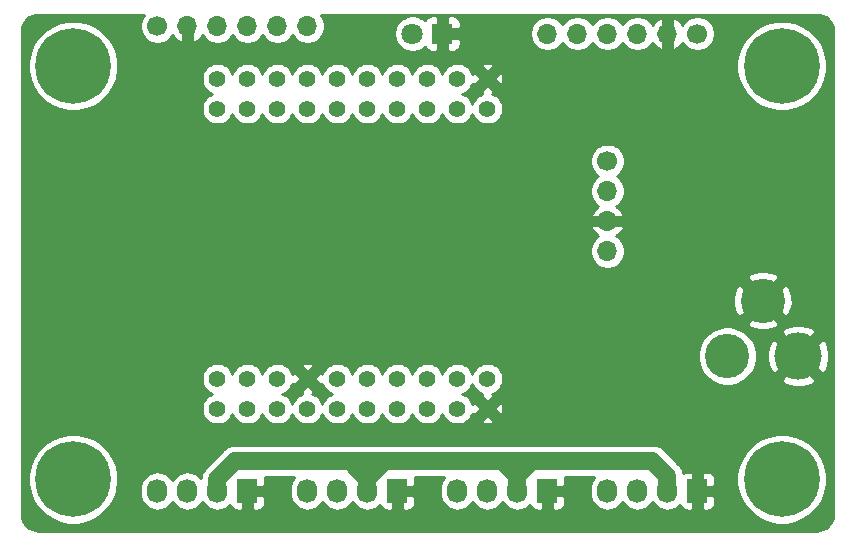
<source format=gbr>
%TF.GenerationSoftware,KiCad,Pcbnew,(5.1.9)-1*%
%TF.CreationDate,2021-03-28T20:40:14+02:00*%
%TF.ProjectId,ESP32_Tasmota_Fan,45535033-325f-4546-9173-6d6f74615f46,rev?*%
%TF.SameCoordinates,Original*%
%TF.FileFunction,Copper,L2,Bot*%
%TF.FilePolarity,Positive*%
%FSLAX46Y46*%
G04 Gerber Fmt 4.6, Leading zero omitted, Abs format (unit mm)*
G04 Created by KiCad (PCBNEW (5.1.9)-1) date 2021-03-28 20:40:14*
%MOMM*%
%LPD*%
G01*
G04 APERTURE LIST*
%TA.AperFunction,ComponentPad*%
%ADD10C,0.800000*%
%TD*%
%TA.AperFunction,ComponentPad*%
%ADD11C,6.400000*%
%TD*%
%TA.AperFunction,ComponentPad*%
%ADD12C,3.750000*%
%TD*%
%TA.AperFunction,ComponentPad*%
%ADD13C,4.000000*%
%TD*%
%TA.AperFunction,ComponentPad*%
%ADD14O,1.700000X1.700000*%
%TD*%
%TA.AperFunction,ComponentPad*%
%ADD15C,1.700000*%
%TD*%
%TA.AperFunction,ComponentPad*%
%ADD16C,1.800000*%
%TD*%
%TA.AperFunction,ComponentPad*%
%ADD17R,1.800000X1.800000*%
%TD*%
%TA.AperFunction,ComponentPad*%
%ADD18C,1.400000*%
%TD*%
%TA.AperFunction,ComponentPad*%
%ADD19O,1.730000X2.030000*%
%TD*%
%TA.AperFunction,ComponentPad*%
%ADD20R,1.730000X2.030000*%
%TD*%
%TA.AperFunction,Conductor*%
%ADD21C,1.500000*%
%TD*%
%TA.AperFunction,Conductor*%
%ADD22C,0.254000*%
%TD*%
%TA.AperFunction,Conductor*%
%ADD23C,0.100000*%
%TD*%
G04 APERTURE END LIST*
D10*
%TO.P,H4,1*%
%TO.N,N/C*%
X91077056Y-142227944D03*
X89380000Y-141525000D03*
X87682944Y-142227944D03*
X86980000Y-143925000D03*
X87682944Y-145622056D03*
X89380000Y-146325000D03*
X91077056Y-145622056D03*
X91780000Y-143925000D03*
D11*
X89380000Y-143925000D03*
%TD*%
D10*
%TO.P,H3,1*%
%TO.N,N/C*%
X151077056Y-142227944D03*
X149380000Y-141525000D03*
X147682944Y-142227944D03*
X146980000Y-143925000D03*
X147682944Y-145622056D03*
X149380000Y-146325000D03*
X151077056Y-145622056D03*
X151780000Y-143925000D03*
D11*
X149380000Y-143925000D03*
%TD*%
D10*
%TO.P,H2,1*%
%TO.N,N/C*%
X151077056Y-107227944D03*
X149380000Y-106525000D03*
X147682944Y-107227944D03*
X146980000Y-108925000D03*
X147682944Y-110622056D03*
X149380000Y-111325000D03*
X151077056Y-110622056D03*
X151780000Y-108925000D03*
D11*
X149380000Y-108925000D03*
%TD*%
D10*
%TO.P,H1,1*%
%TO.N,N/C*%
X91077056Y-107227944D03*
X89380000Y-106525000D03*
X87682944Y-107227944D03*
X86980000Y-108925000D03*
X87682944Y-110622056D03*
X89380000Y-111325000D03*
X91077056Y-110622056D03*
X91780000Y-108925000D03*
D11*
X89380000Y-108925000D03*
%TD*%
D12*
%TO.P,J6,2*%
%TO.N,GND*%
X147780000Y-128795000D03*
D13*
X150780000Y-133495000D03*
D12*
%TO.P,J6,1*%
%TO.N,+12V*%
X144780000Y-133495000D03*
%TD*%
D14*
%TO.P,J1,4*%
%TO.N,+3V3*%
X134620000Y-124605000D03*
%TO.P,J1,3*%
%TO.N,GND*%
X134620000Y-122065000D03*
%TO.P,J1,2*%
%TO.N,+12V*%
X134620000Y-119525000D03*
D15*
%TO.P,J1,1*%
%TO.N,Net-(J1-Pad1)*%
X134620000Y-116985000D03*
%TD*%
D14*
%TO.P,J2,6*%
%TO.N,IO26*%
X129540000Y-106190000D03*
%TO.P,J2,5*%
%TO.N,IO35*%
X132080000Y-106190000D03*
%TO.P,J2,4*%
%TO.N,IO18*%
X134620000Y-106190000D03*
%TO.P,J2,3*%
%TO.N,IO19*%
X137160000Y-106190000D03*
%TO.P,J2,2*%
%TO.N,GND*%
X139700000Y-106190000D03*
D15*
%TO.P,J2,1*%
%TO.N,+3V3*%
X142240000Y-106190000D03*
%TD*%
D14*
%TO.P,J8,6*%
%TO.N,Net-(J8-Pad6)*%
X109220000Y-105555000D03*
%TO.P,J8,5*%
%TO.N,Net-(J8-Pad5)*%
X106680000Y-105555000D03*
%TO.P,J8,4*%
%TO.N,SDA*%
X104140000Y-105555000D03*
%TO.P,J8,3*%
%TO.N,SCL*%
X101600000Y-105555000D03*
%TO.P,J8,2*%
%TO.N,GND*%
X99060000Y-105555000D03*
D15*
%TO.P,J8,1*%
%TO.N,+3V3*%
X96520000Y-105555000D03*
%TD*%
D16*
%TO.P,D1,2*%
%TO.N,Net-(D1-Pad2)*%
X118110000Y-106190000D03*
D17*
%TO.P,D1,1*%
%TO.N,GND*%
X120650000Y-106190000D03*
%TD*%
D18*
%TO.P,U1,2*%
%TO.N,Net-(U1-Pad2)*%
X124460000Y-112540000D03*
%TO.P,U1,1*%
%TO.N,GND*%
X124460000Y-110000000D03*
%TO.P,U1,3*%
%TO.N,Net-(U1-Pad3)*%
X121920000Y-110000000D03*
%TO.P,U1,4*%
%TO.N,Net-(U1-Pad4)*%
X121920000Y-112540000D03*
%TO.P,U1,5*%
%TO.N,Net-(U1-Pad5)*%
X119380000Y-110000000D03*
%TO.P,U1,6*%
%TO.N,IO26*%
X119380000Y-112540000D03*
%TO.P,U1,7*%
%TO.N,IO35*%
X116840000Y-110000000D03*
%TO.P,U1,8*%
%TO.N,IO18*%
X116840000Y-112540000D03*
%TO.P,U1,9*%
%TO.N,LINK*%
X114300000Y-110000000D03*
%TO.P,U1,10*%
%TO.N,IO19*%
X114300000Y-112540000D03*
%TO.P,U1,11*%
%TO.N,SDA*%
X111760000Y-110000000D03*
%TO.P,U1,12*%
%TO.N,SCL*%
X111760000Y-112540000D03*
%TO.P,U1,13*%
%TO.N,Net-(U1-Pad13)*%
X109220000Y-110000000D03*
%TO.P,U1,14*%
%TO.N,Net-(U1-Pad14)*%
X109220000Y-112540000D03*
%TO.P,U1,15*%
%TO.N,Net-(U1-Pad15)*%
X106680000Y-110000000D03*
%TO.P,U1,16*%
%TO.N,+3V3*%
X106680000Y-112540000D03*
%TO.P,U1,17*%
%TO.N,Net-(U1-Pad17)*%
X104140000Y-110000000D03*
%TO.P,U1,18*%
%TO.N,Net-(U1-Pad18)*%
X104140000Y-112540000D03*
%TO.P,U1,19*%
%TO.N,Net-(U1-Pad19)*%
X101600000Y-110000000D03*
%TO.P,U1,20*%
%TO.N,Net-(U1-Pad20)*%
X101600000Y-112540000D03*
%TO.P,U1,21*%
%TO.N,Net-(U1-Pad21)*%
X124460000Y-135400000D03*
%TO.P,U1,22*%
%TO.N,GND*%
X124460000Y-137940000D03*
%TO.P,U1,23*%
%TO.N,Net-(U1-Pad23)*%
X121920000Y-135400000D03*
%TO.P,U1,24*%
%TO.N,Net-(U1-Pad24)*%
X121920000Y-137940000D03*
%TO.P,U1,25*%
%TO.N,Net-(U1-Pad25)*%
X119380000Y-135400000D03*
%TO.P,U1,26*%
%TO.N,SENSE4*%
X119380000Y-137940000D03*
%TO.P,U1,27*%
%TO.N,SENSE3*%
X116840000Y-135400000D03*
%TO.P,U1,28*%
%TO.N,PWM4*%
X116840000Y-137940000D03*
%TO.P,U1,29*%
%TO.N,Net-(U1-Pad29)*%
X114300000Y-135400000D03*
%TO.P,U1,30*%
%TO.N,PWM3*%
X114300000Y-137940000D03*
%TO.P,U1,31*%
%TO.N,PWM2*%
X111760000Y-135400000D03*
%TO.P,U1,32*%
%TO.N,SENSE2*%
X111760000Y-137940000D03*
%TO.P,U1,33*%
%TO.N,GND*%
X109220000Y-135400000D03*
%TO.P,U1,34*%
%TO.N,SENSE1*%
X109220000Y-137940000D03*
%TO.P,U1,35*%
%TO.N,Net-(U1-Pad35)*%
X106680000Y-135400000D03*
%TO.P,U1,36*%
%TO.N,PWM1*%
X106680000Y-137940000D03*
%TO.P,U1,37*%
%TO.N,Net-(U1-Pad37)*%
X104140000Y-135400000D03*
%TO.P,U1,38*%
%TO.N,Net-(U1-Pad38)*%
X104140000Y-137940000D03*
%TO.P,U1,39*%
%TO.N,Net-(U1-Pad39)*%
X101600000Y-135400000D03*
%TO.P,U1,40*%
%TO.N,Net-(U1-Pad40)*%
X101600000Y-137940000D03*
%TD*%
D19*
%TO.P,FAN4,4*%
%TO.N,PWM4*%
X134620000Y-144925000D03*
%TO.P,FAN4,3*%
%TO.N,SENSE4*%
X137160000Y-144925000D03*
%TO.P,FAN4,2*%
%TO.N,+12V*%
X139700000Y-144925000D03*
D20*
%TO.P,FAN4,1*%
%TO.N,GND*%
X142240000Y-144925000D03*
%TD*%
D19*
%TO.P,FAN3,4*%
%TO.N,PWM3*%
X121920000Y-144925000D03*
%TO.P,FAN3,3*%
%TO.N,SENSE3*%
X124460000Y-144925000D03*
%TO.P,FAN3,2*%
%TO.N,+12V*%
X127000000Y-144925000D03*
D20*
%TO.P,FAN3,1*%
%TO.N,GND*%
X129540000Y-144925000D03*
%TD*%
D19*
%TO.P,FAN2,4*%
%TO.N,PWM2*%
X109220000Y-144925000D03*
%TO.P,FAN2,3*%
%TO.N,SENSE2*%
X111760000Y-144925000D03*
%TO.P,FAN2,2*%
%TO.N,+12V*%
X114300000Y-144925000D03*
D20*
%TO.P,FAN2,1*%
%TO.N,GND*%
X116840000Y-144925000D03*
%TD*%
D19*
%TO.P,FAN1,4*%
%TO.N,PWM1*%
X96520000Y-144925000D03*
%TO.P,FAN1,3*%
%TO.N,SENSE1*%
X99060000Y-144925000D03*
%TO.P,FAN1,2*%
%TO.N,+12V*%
X101600000Y-144925000D03*
D20*
%TO.P,FAN1,1*%
%TO.N,GND*%
X104140000Y-144925000D03*
%TD*%
D21*
%TO.N,+12V*%
X139700000Y-144925000D02*
X139700000Y-143655000D01*
X139700000Y-143655000D02*
X138430000Y-142385000D01*
X127000000Y-143655000D02*
X127000000Y-144925000D01*
X128270000Y-142385000D02*
X127000000Y-143655000D01*
X125730000Y-142385000D02*
X127000000Y-143655000D01*
X115789998Y-142385000D02*
X125730000Y-142385000D01*
X114300000Y-143874998D02*
X115789998Y-142385000D01*
X114300000Y-144925000D02*
X114300000Y-143874998D01*
X112810002Y-142385000D02*
X114300000Y-143874998D01*
X101600000Y-143874998D02*
X103089998Y-142385000D01*
X101600000Y-144925000D02*
X101600000Y-143874998D01*
X109855000Y-142385000D02*
X112810002Y-142385000D01*
X130810000Y-142385000D02*
X109855000Y-142385000D01*
X103089998Y-142385000D02*
X109855000Y-142385000D01*
X138430000Y-142385000D02*
X130810000Y-142385000D01*
X130810000Y-142385000D02*
X128270000Y-142385000D01*
%TD*%
D22*
%TO.N,GND*%
X95366525Y-104608368D02*
X95204010Y-104851589D01*
X95092068Y-105121842D01*
X95035000Y-105408740D01*
X95035000Y-105701260D01*
X95092068Y-105988158D01*
X95204010Y-106258411D01*
X95366525Y-106501632D01*
X95573368Y-106708475D01*
X95816589Y-106870990D01*
X96086842Y-106982932D01*
X96373740Y-107040000D01*
X96666260Y-107040000D01*
X96953158Y-106982932D01*
X97223411Y-106870990D01*
X97466632Y-106708475D01*
X97673475Y-106501632D01*
X97794658Y-106320269D01*
X97840539Y-106402457D01*
X98029301Y-106624078D01*
X98257672Y-106804615D01*
X98466735Y-106916345D01*
X98687000Y-106827718D01*
X98687000Y-105928000D01*
X98667000Y-105928000D01*
X98667000Y-105182000D01*
X98687000Y-105182000D01*
X98687000Y-105162000D01*
X99433000Y-105162000D01*
X99433000Y-105182000D01*
X99453000Y-105182000D01*
X99453000Y-105928000D01*
X99433000Y-105928000D01*
X99433000Y-106827718D01*
X99653265Y-106916345D01*
X99862328Y-106804615D01*
X100090699Y-106624078D01*
X100279461Y-106402457D01*
X100325342Y-106320269D01*
X100446525Y-106501632D01*
X100653368Y-106708475D01*
X100896589Y-106870990D01*
X101166842Y-106982932D01*
X101453740Y-107040000D01*
X101746260Y-107040000D01*
X102033158Y-106982932D01*
X102303411Y-106870990D01*
X102546632Y-106708475D01*
X102753475Y-106501632D01*
X102870000Y-106327240D01*
X102986525Y-106501632D01*
X103193368Y-106708475D01*
X103436589Y-106870990D01*
X103706842Y-106982932D01*
X103993740Y-107040000D01*
X104286260Y-107040000D01*
X104573158Y-106982932D01*
X104843411Y-106870990D01*
X105086632Y-106708475D01*
X105293475Y-106501632D01*
X105410000Y-106327240D01*
X105526525Y-106501632D01*
X105733368Y-106708475D01*
X105976589Y-106870990D01*
X106246842Y-106982932D01*
X106533740Y-107040000D01*
X106826260Y-107040000D01*
X107113158Y-106982932D01*
X107383411Y-106870990D01*
X107626632Y-106708475D01*
X107833475Y-106501632D01*
X107950000Y-106327240D01*
X108066525Y-106501632D01*
X108273368Y-106708475D01*
X108516589Y-106870990D01*
X108786842Y-106982932D01*
X109073740Y-107040000D01*
X109366260Y-107040000D01*
X109653158Y-106982932D01*
X109923411Y-106870990D01*
X110166632Y-106708475D01*
X110373475Y-106501632D01*
X110535990Y-106258411D01*
X110626948Y-106038816D01*
X116575000Y-106038816D01*
X116575000Y-106341184D01*
X116633989Y-106637743D01*
X116749701Y-106917095D01*
X116917688Y-107168505D01*
X117131495Y-107382312D01*
X117382905Y-107550299D01*
X117662257Y-107666011D01*
X117958816Y-107725000D01*
X118261184Y-107725000D01*
X118557743Y-107666011D01*
X118837095Y-107550299D01*
X119088505Y-107382312D01*
X119154944Y-107315873D01*
X119160498Y-107334180D01*
X119219463Y-107444494D01*
X119298815Y-107541185D01*
X119395506Y-107620537D01*
X119505820Y-107679502D01*
X119625518Y-107715812D01*
X119750000Y-107728072D01*
X120118250Y-107725000D01*
X120277000Y-107566250D01*
X120277000Y-106563000D01*
X121023000Y-106563000D01*
X121023000Y-107566250D01*
X121181750Y-107725000D01*
X121550000Y-107728072D01*
X121674482Y-107715812D01*
X121794180Y-107679502D01*
X121904494Y-107620537D01*
X122001185Y-107541185D01*
X122080537Y-107444494D01*
X122139502Y-107334180D01*
X122175812Y-107214482D01*
X122188072Y-107090000D01*
X122185000Y-106721750D01*
X122026250Y-106563000D01*
X121023000Y-106563000D01*
X120277000Y-106563000D01*
X120257000Y-106563000D01*
X120257000Y-106043740D01*
X128055000Y-106043740D01*
X128055000Y-106336260D01*
X128112068Y-106623158D01*
X128224010Y-106893411D01*
X128386525Y-107136632D01*
X128593368Y-107343475D01*
X128836589Y-107505990D01*
X129106842Y-107617932D01*
X129393740Y-107675000D01*
X129686260Y-107675000D01*
X129973158Y-107617932D01*
X130243411Y-107505990D01*
X130486632Y-107343475D01*
X130693475Y-107136632D01*
X130810000Y-106962240D01*
X130926525Y-107136632D01*
X131133368Y-107343475D01*
X131376589Y-107505990D01*
X131646842Y-107617932D01*
X131933740Y-107675000D01*
X132226260Y-107675000D01*
X132513158Y-107617932D01*
X132783411Y-107505990D01*
X133026632Y-107343475D01*
X133233475Y-107136632D01*
X133350000Y-106962240D01*
X133466525Y-107136632D01*
X133673368Y-107343475D01*
X133916589Y-107505990D01*
X134186842Y-107617932D01*
X134473740Y-107675000D01*
X134766260Y-107675000D01*
X135053158Y-107617932D01*
X135323411Y-107505990D01*
X135566632Y-107343475D01*
X135773475Y-107136632D01*
X135890000Y-106962240D01*
X136006525Y-107136632D01*
X136213368Y-107343475D01*
X136456589Y-107505990D01*
X136726842Y-107617932D01*
X137013740Y-107675000D01*
X137306260Y-107675000D01*
X137593158Y-107617932D01*
X137863411Y-107505990D01*
X138106632Y-107343475D01*
X138313475Y-107136632D01*
X138434658Y-106955269D01*
X138480539Y-107037457D01*
X138669301Y-107259078D01*
X138897672Y-107439615D01*
X139106735Y-107551345D01*
X139327000Y-107462718D01*
X139327000Y-106563000D01*
X139307000Y-106563000D01*
X139307000Y-105817000D01*
X139327000Y-105817000D01*
X139327000Y-104917282D01*
X140073000Y-104917282D01*
X140073000Y-105817000D01*
X140093000Y-105817000D01*
X140093000Y-106563000D01*
X140073000Y-106563000D01*
X140073000Y-107462718D01*
X140293265Y-107551345D01*
X140502328Y-107439615D01*
X140730699Y-107259078D01*
X140919461Y-107037457D01*
X140965342Y-106955269D01*
X141086525Y-107136632D01*
X141293368Y-107343475D01*
X141536589Y-107505990D01*
X141806842Y-107617932D01*
X142093740Y-107675000D01*
X142386260Y-107675000D01*
X142673158Y-107617932D01*
X142943411Y-107505990D01*
X143186632Y-107343475D01*
X143393475Y-107136632D01*
X143555990Y-106893411D01*
X143667932Y-106623158D01*
X143725000Y-106336260D01*
X143725000Y-106043740D01*
X143667932Y-105756842D01*
X143555990Y-105486589D01*
X143393475Y-105243368D01*
X143186632Y-105036525D01*
X142943411Y-104874010D01*
X142673158Y-104762068D01*
X142386260Y-104705000D01*
X142093740Y-104705000D01*
X141806842Y-104762068D01*
X141536589Y-104874010D01*
X141293368Y-105036525D01*
X141086525Y-105243368D01*
X140965342Y-105424731D01*
X140919461Y-105342543D01*
X140730699Y-105120922D01*
X140502328Y-104940385D01*
X140293265Y-104828655D01*
X140073000Y-104917282D01*
X139327000Y-104917282D01*
X139106735Y-104828655D01*
X138897672Y-104940385D01*
X138669301Y-105120922D01*
X138480539Y-105342543D01*
X138434658Y-105424731D01*
X138313475Y-105243368D01*
X138106632Y-105036525D01*
X137863411Y-104874010D01*
X137593158Y-104762068D01*
X137306260Y-104705000D01*
X137013740Y-104705000D01*
X136726842Y-104762068D01*
X136456589Y-104874010D01*
X136213368Y-105036525D01*
X136006525Y-105243368D01*
X135890000Y-105417760D01*
X135773475Y-105243368D01*
X135566632Y-105036525D01*
X135323411Y-104874010D01*
X135053158Y-104762068D01*
X134766260Y-104705000D01*
X134473740Y-104705000D01*
X134186842Y-104762068D01*
X133916589Y-104874010D01*
X133673368Y-105036525D01*
X133466525Y-105243368D01*
X133350000Y-105417760D01*
X133233475Y-105243368D01*
X133026632Y-105036525D01*
X132783411Y-104874010D01*
X132513158Y-104762068D01*
X132226260Y-104705000D01*
X131933740Y-104705000D01*
X131646842Y-104762068D01*
X131376589Y-104874010D01*
X131133368Y-105036525D01*
X130926525Y-105243368D01*
X130810000Y-105417760D01*
X130693475Y-105243368D01*
X130486632Y-105036525D01*
X130243411Y-104874010D01*
X129973158Y-104762068D01*
X129686260Y-104705000D01*
X129393740Y-104705000D01*
X129106842Y-104762068D01*
X128836589Y-104874010D01*
X128593368Y-105036525D01*
X128386525Y-105243368D01*
X128224010Y-105486589D01*
X128112068Y-105756842D01*
X128055000Y-106043740D01*
X120257000Y-106043740D01*
X120257000Y-105817000D01*
X120277000Y-105817000D01*
X120277000Y-104813750D01*
X121023000Y-104813750D01*
X121023000Y-105817000D01*
X122026250Y-105817000D01*
X122185000Y-105658250D01*
X122188072Y-105290000D01*
X122175812Y-105165518D01*
X122139502Y-105045820D01*
X122080537Y-104935506D01*
X122001185Y-104838815D01*
X121904494Y-104759463D01*
X121794180Y-104700498D01*
X121674482Y-104664188D01*
X121550000Y-104651928D01*
X121181750Y-104655000D01*
X121023000Y-104813750D01*
X120277000Y-104813750D01*
X120118250Y-104655000D01*
X119750000Y-104651928D01*
X119625518Y-104664188D01*
X119505820Y-104700498D01*
X119395506Y-104759463D01*
X119298815Y-104838815D01*
X119219463Y-104935506D01*
X119160498Y-105045820D01*
X119154944Y-105064127D01*
X119088505Y-104997688D01*
X118837095Y-104829701D01*
X118557743Y-104713989D01*
X118261184Y-104655000D01*
X117958816Y-104655000D01*
X117662257Y-104713989D01*
X117382905Y-104829701D01*
X117131495Y-104997688D01*
X116917688Y-105211495D01*
X116749701Y-105462905D01*
X116633989Y-105742257D01*
X116575000Y-106038816D01*
X110626948Y-106038816D01*
X110647932Y-105988158D01*
X110705000Y-105701260D01*
X110705000Y-105408740D01*
X110647932Y-105121842D01*
X110535990Y-104851589D01*
X110373475Y-104608368D01*
X110350107Y-104585000D01*
X152347721Y-104585000D01*
X152639659Y-104613625D01*
X152889429Y-104689035D01*
X153119792Y-104811522D01*
X153321980Y-104976422D01*
X153488286Y-105177450D01*
X153612378Y-105406954D01*
X153689531Y-105656195D01*
X153720001Y-105946098D01*
X153720000Y-146892721D01*
X153691375Y-147184660D01*
X153615965Y-147434429D01*
X153493477Y-147664794D01*
X153328579Y-147866979D01*
X153127546Y-148033288D01*
X152898046Y-148157378D01*
X152648805Y-148234531D01*
X152358911Y-148265000D01*
X86412279Y-148265000D01*
X86120340Y-148236375D01*
X85870571Y-148160965D01*
X85640206Y-148038477D01*
X85438021Y-147873579D01*
X85271712Y-147672546D01*
X85147622Y-147443046D01*
X85070469Y-147193805D01*
X85040000Y-146903911D01*
X85040000Y-143547285D01*
X85545000Y-143547285D01*
X85545000Y-144302715D01*
X85692377Y-145043628D01*
X85981467Y-145741554D01*
X86401161Y-146369670D01*
X86935330Y-146903839D01*
X87563446Y-147323533D01*
X88261372Y-147612623D01*
X89002285Y-147760000D01*
X89757715Y-147760000D01*
X90498628Y-147612623D01*
X91196554Y-147323533D01*
X91824670Y-146903839D01*
X92358839Y-146369670D01*
X92778533Y-145741554D01*
X93067623Y-145043628D01*
X93135712Y-144701320D01*
X95020000Y-144701320D01*
X95020000Y-145148679D01*
X95041705Y-145369050D01*
X95127476Y-145651801D01*
X95266762Y-145912386D01*
X95454208Y-146140792D01*
X95682613Y-146328238D01*
X95943198Y-146467524D01*
X96225949Y-146553295D01*
X96520000Y-146582257D01*
X96814050Y-146553295D01*
X97096801Y-146467524D01*
X97357386Y-146328238D01*
X97585792Y-146140792D01*
X97773238Y-145912387D01*
X97790000Y-145881027D01*
X97806762Y-145912386D01*
X97994208Y-146140792D01*
X98222613Y-146328238D01*
X98483198Y-146467524D01*
X98765949Y-146553295D01*
X99060000Y-146582257D01*
X99354050Y-146553295D01*
X99636801Y-146467524D01*
X99897386Y-146328238D01*
X100125792Y-146140792D01*
X100313238Y-145912387D01*
X100330000Y-145881027D01*
X100346762Y-145912386D01*
X100534208Y-146140792D01*
X100762613Y-146328238D01*
X101023198Y-146467524D01*
X101305949Y-146553295D01*
X101600000Y-146582257D01*
X101894050Y-146553295D01*
X102176801Y-146467524D01*
X102437386Y-146328238D01*
X102665792Y-146140792D01*
X102670570Y-146134970D01*
X102685498Y-146184180D01*
X102744463Y-146294494D01*
X102823815Y-146391185D01*
X102920506Y-146470537D01*
X103030820Y-146529502D01*
X103150518Y-146565812D01*
X103275000Y-146578072D01*
X103608250Y-146575000D01*
X103767000Y-146416250D01*
X103767000Y-145298000D01*
X104513000Y-145298000D01*
X104513000Y-146416250D01*
X104671750Y-146575000D01*
X105005000Y-146578072D01*
X105129482Y-146565812D01*
X105249180Y-146529502D01*
X105359494Y-146470537D01*
X105456185Y-146391185D01*
X105535537Y-146294494D01*
X105594502Y-146184180D01*
X105630812Y-146064482D01*
X105643072Y-145940000D01*
X105640000Y-145456750D01*
X105481250Y-145298000D01*
X104513000Y-145298000D01*
X103767000Y-145298000D01*
X103747000Y-145298000D01*
X103747000Y-144552000D01*
X103767000Y-144552000D01*
X103767000Y-144532000D01*
X104513000Y-144532000D01*
X104513000Y-144552000D01*
X105481250Y-144552000D01*
X105640000Y-144393250D01*
X105643072Y-143910000D01*
X105630812Y-143785518D01*
X105626105Y-143770000D01*
X108104318Y-143770000D01*
X107966762Y-143937613D01*
X107827476Y-144198198D01*
X107741705Y-144480949D01*
X107720000Y-144701320D01*
X107720000Y-145148679D01*
X107741705Y-145369050D01*
X107827476Y-145651801D01*
X107966762Y-145912386D01*
X108154208Y-146140792D01*
X108382613Y-146328238D01*
X108643198Y-146467524D01*
X108925949Y-146553295D01*
X109220000Y-146582257D01*
X109514050Y-146553295D01*
X109796801Y-146467524D01*
X110057386Y-146328238D01*
X110285792Y-146140792D01*
X110473238Y-145912387D01*
X110490000Y-145881027D01*
X110506762Y-145912386D01*
X110694208Y-146140792D01*
X110922613Y-146328238D01*
X111183198Y-146467524D01*
X111465949Y-146553295D01*
X111760000Y-146582257D01*
X112054050Y-146553295D01*
X112336801Y-146467524D01*
X112597386Y-146328238D01*
X112825792Y-146140792D01*
X113013238Y-145912387D01*
X113030000Y-145881027D01*
X113046762Y-145912386D01*
X113234208Y-146140792D01*
X113462613Y-146328238D01*
X113723198Y-146467524D01*
X114005949Y-146553295D01*
X114300000Y-146582257D01*
X114594050Y-146553295D01*
X114876801Y-146467524D01*
X115137386Y-146328238D01*
X115365792Y-146140792D01*
X115370570Y-146134970D01*
X115385498Y-146184180D01*
X115444463Y-146294494D01*
X115523815Y-146391185D01*
X115620506Y-146470537D01*
X115730820Y-146529502D01*
X115850518Y-146565812D01*
X115975000Y-146578072D01*
X116308250Y-146575000D01*
X116467000Y-146416250D01*
X116467000Y-145298000D01*
X117213000Y-145298000D01*
X117213000Y-146416250D01*
X117371750Y-146575000D01*
X117705000Y-146578072D01*
X117829482Y-146565812D01*
X117949180Y-146529502D01*
X118059494Y-146470537D01*
X118156185Y-146391185D01*
X118235537Y-146294494D01*
X118294502Y-146184180D01*
X118330812Y-146064482D01*
X118343072Y-145940000D01*
X118340000Y-145456750D01*
X118181250Y-145298000D01*
X117213000Y-145298000D01*
X116467000Y-145298000D01*
X116447000Y-145298000D01*
X116447000Y-144552000D01*
X116467000Y-144552000D01*
X116467000Y-144532000D01*
X117213000Y-144532000D01*
X117213000Y-144552000D01*
X118181250Y-144552000D01*
X118340000Y-144393250D01*
X118343072Y-143910000D01*
X118330812Y-143785518D01*
X118326105Y-143770000D01*
X120804318Y-143770000D01*
X120666762Y-143937613D01*
X120527476Y-144198198D01*
X120441705Y-144480949D01*
X120420000Y-144701320D01*
X120420000Y-145148679D01*
X120441705Y-145369050D01*
X120527476Y-145651801D01*
X120666762Y-145912386D01*
X120854208Y-146140792D01*
X121082613Y-146328238D01*
X121343198Y-146467524D01*
X121625949Y-146553295D01*
X121920000Y-146582257D01*
X122214050Y-146553295D01*
X122496801Y-146467524D01*
X122757386Y-146328238D01*
X122985792Y-146140792D01*
X123173238Y-145912387D01*
X123190000Y-145881027D01*
X123206762Y-145912386D01*
X123394208Y-146140792D01*
X123622613Y-146328238D01*
X123883198Y-146467524D01*
X124165949Y-146553295D01*
X124460000Y-146582257D01*
X124754050Y-146553295D01*
X125036801Y-146467524D01*
X125297386Y-146328238D01*
X125525792Y-146140792D01*
X125713238Y-145912387D01*
X125730000Y-145881027D01*
X125746762Y-145912386D01*
X125934208Y-146140792D01*
X126162613Y-146328238D01*
X126423198Y-146467524D01*
X126705949Y-146553295D01*
X127000000Y-146582257D01*
X127294050Y-146553295D01*
X127576801Y-146467524D01*
X127837386Y-146328238D01*
X128065792Y-146140792D01*
X128070570Y-146134970D01*
X128085498Y-146184180D01*
X128144463Y-146294494D01*
X128223815Y-146391185D01*
X128320506Y-146470537D01*
X128430820Y-146529502D01*
X128550518Y-146565812D01*
X128675000Y-146578072D01*
X129008250Y-146575000D01*
X129167000Y-146416250D01*
X129167000Y-145298000D01*
X129913000Y-145298000D01*
X129913000Y-146416250D01*
X130071750Y-146575000D01*
X130405000Y-146578072D01*
X130529482Y-146565812D01*
X130649180Y-146529502D01*
X130759494Y-146470537D01*
X130856185Y-146391185D01*
X130935537Y-146294494D01*
X130994502Y-146184180D01*
X131030812Y-146064482D01*
X131043072Y-145940000D01*
X131040000Y-145456750D01*
X130881250Y-145298000D01*
X129913000Y-145298000D01*
X129167000Y-145298000D01*
X129147000Y-145298000D01*
X129147000Y-144552000D01*
X129167000Y-144552000D01*
X129167000Y-144532000D01*
X129913000Y-144532000D01*
X129913000Y-144552000D01*
X130881250Y-144552000D01*
X131040000Y-144393250D01*
X131043072Y-143910000D01*
X131030812Y-143785518D01*
X131026105Y-143770000D01*
X133504318Y-143770000D01*
X133366762Y-143937613D01*
X133227476Y-144198198D01*
X133141705Y-144480949D01*
X133120000Y-144701320D01*
X133120000Y-145148679D01*
X133141705Y-145369050D01*
X133227476Y-145651801D01*
X133366762Y-145912386D01*
X133554208Y-146140792D01*
X133782613Y-146328238D01*
X134043198Y-146467524D01*
X134325949Y-146553295D01*
X134620000Y-146582257D01*
X134914050Y-146553295D01*
X135196801Y-146467524D01*
X135457386Y-146328238D01*
X135685792Y-146140792D01*
X135873238Y-145912387D01*
X135890000Y-145881027D01*
X135906762Y-145912386D01*
X136094208Y-146140792D01*
X136322613Y-146328238D01*
X136583198Y-146467524D01*
X136865949Y-146553295D01*
X137160000Y-146582257D01*
X137454050Y-146553295D01*
X137736801Y-146467524D01*
X137997386Y-146328238D01*
X138225792Y-146140792D01*
X138413238Y-145912387D01*
X138430000Y-145881027D01*
X138446762Y-145912386D01*
X138634208Y-146140792D01*
X138862613Y-146328238D01*
X139123198Y-146467524D01*
X139405949Y-146553295D01*
X139700000Y-146582257D01*
X139994050Y-146553295D01*
X140276801Y-146467524D01*
X140537386Y-146328238D01*
X140765792Y-146140792D01*
X140770570Y-146134970D01*
X140785498Y-146184180D01*
X140844463Y-146294494D01*
X140923815Y-146391185D01*
X141020506Y-146470537D01*
X141130820Y-146529502D01*
X141250518Y-146565812D01*
X141375000Y-146578072D01*
X141708250Y-146575000D01*
X141867000Y-146416250D01*
X141867000Y-145298000D01*
X142613000Y-145298000D01*
X142613000Y-146416250D01*
X142771750Y-146575000D01*
X143105000Y-146578072D01*
X143229482Y-146565812D01*
X143349180Y-146529502D01*
X143459494Y-146470537D01*
X143556185Y-146391185D01*
X143635537Y-146294494D01*
X143694502Y-146184180D01*
X143730812Y-146064482D01*
X143743072Y-145940000D01*
X143740000Y-145456750D01*
X143581250Y-145298000D01*
X142613000Y-145298000D01*
X141867000Y-145298000D01*
X141847000Y-145298000D01*
X141847000Y-144552000D01*
X141867000Y-144552000D01*
X141867000Y-143433750D01*
X142613000Y-143433750D01*
X142613000Y-144552000D01*
X143581250Y-144552000D01*
X143740000Y-144393250D01*
X143743072Y-143910000D01*
X143730812Y-143785518D01*
X143694502Y-143665820D01*
X143635537Y-143555506D01*
X143628791Y-143547285D01*
X145545000Y-143547285D01*
X145545000Y-144302715D01*
X145692377Y-145043628D01*
X145981467Y-145741554D01*
X146401161Y-146369670D01*
X146935330Y-146903839D01*
X147563446Y-147323533D01*
X148261372Y-147612623D01*
X149002285Y-147760000D01*
X149757715Y-147760000D01*
X150498628Y-147612623D01*
X151196554Y-147323533D01*
X151824670Y-146903839D01*
X152358839Y-146369670D01*
X152778533Y-145741554D01*
X153067623Y-145043628D01*
X153215000Y-144302715D01*
X153215000Y-143547285D01*
X153067623Y-142806372D01*
X152778533Y-142108446D01*
X152358839Y-141480330D01*
X151824670Y-140946161D01*
X151196554Y-140526467D01*
X150498628Y-140237377D01*
X149757715Y-140090000D01*
X149002285Y-140090000D01*
X148261372Y-140237377D01*
X147563446Y-140526467D01*
X146935330Y-140946161D01*
X146401161Y-141480330D01*
X145981467Y-142108446D01*
X145692377Y-142806372D01*
X145545000Y-143547285D01*
X143628791Y-143547285D01*
X143556185Y-143458815D01*
X143459494Y-143379463D01*
X143349180Y-143320498D01*
X143229482Y-143284188D01*
X143105000Y-143271928D01*
X142771750Y-143275000D01*
X142613000Y-143433750D01*
X141867000Y-143433750D01*
X141708250Y-143275000D01*
X141375000Y-143271928D01*
X141250518Y-143284188D01*
X141130820Y-143320498D01*
X141057706Y-143359579D01*
X140985764Y-143122419D01*
X140857157Y-142881812D01*
X140795245Y-142806372D01*
X140727452Y-142723766D01*
X140727450Y-142723764D01*
X140684081Y-142670919D01*
X140631236Y-142627550D01*
X139457454Y-141453769D01*
X139414081Y-141400919D01*
X139203188Y-141227843D01*
X138962581Y-141099236D01*
X138701507Y-141020040D01*
X138498037Y-141000000D01*
X138498029Y-141000000D01*
X138430000Y-140993300D01*
X138361971Y-141000000D01*
X128338026Y-141000000D01*
X128269999Y-140993300D01*
X128201972Y-141000000D01*
X125798029Y-141000000D01*
X125730000Y-140993300D01*
X125661971Y-141000000D01*
X115858024Y-141000000D01*
X115789997Y-140993300D01*
X115721970Y-141000000D01*
X112878031Y-141000000D01*
X112810002Y-140993300D01*
X112741973Y-141000000D01*
X103158024Y-141000000D01*
X103089997Y-140993300D01*
X103021970Y-141000000D01*
X103021961Y-141000000D01*
X102818491Y-141020040D01*
X102557417Y-141099236D01*
X102316810Y-141227843D01*
X102316808Y-141227844D01*
X102316809Y-141227844D01*
X102158764Y-141357548D01*
X102158762Y-141357550D01*
X102105917Y-141400919D01*
X102062548Y-141453764D01*
X100668764Y-142847549D01*
X100615920Y-142890917D01*
X100442843Y-143101810D01*
X100314236Y-143342417D01*
X100235040Y-143603491D01*
X100215000Y-143806961D01*
X100215000Y-143806969D01*
X100214038Y-143816737D01*
X100125792Y-143709208D01*
X99897387Y-143521762D01*
X99636802Y-143382476D01*
X99354051Y-143296705D01*
X99060000Y-143267743D01*
X98765950Y-143296705D01*
X98483199Y-143382476D01*
X98222614Y-143521762D01*
X97994208Y-143709208D01*
X97806762Y-143937613D01*
X97790000Y-143968972D01*
X97773238Y-143937613D01*
X97585792Y-143709208D01*
X97357387Y-143521762D01*
X97096802Y-143382476D01*
X96814051Y-143296705D01*
X96520000Y-143267743D01*
X96225950Y-143296705D01*
X95943199Y-143382476D01*
X95682614Y-143521762D01*
X95454208Y-143709208D01*
X95266762Y-143937613D01*
X95127476Y-144198198D01*
X95041705Y-144480949D01*
X95020000Y-144701320D01*
X93135712Y-144701320D01*
X93215000Y-144302715D01*
X93215000Y-143547285D01*
X93067623Y-142806372D01*
X92778533Y-142108446D01*
X92358839Y-141480330D01*
X91824670Y-140946161D01*
X91196554Y-140526467D01*
X90498628Y-140237377D01*
X89757715Y-140090000D01*
X89002285Y-140090000D01*
X88261372Y-140237377D01*
X87563446Y-140526467D01*
X86935330Y-140946161D01*
X86401161Y-141480330D01*
X85981467Y-142108446D01*
X85692377Y-142806372D01*
X85545000Y-143547285D01*
X85040000Y-143547285D01*
X85040000Y-135268514D01*
X100265000Y-135268514D01*
X100265000Y-135531486D01*
X100316304Y-135789405D01*
X100416939Y-136032359D01*
X100563038Y-136251013D01*
X100748987Y-136436962D01*
X100967641Y-136583061D01*
X101177530Y-136670000D01*
X100967641Y-136756939D01*
X100748987Y-136903038D01*
X100563038Y-137088987D01*
X100416939Y-137307641D01*
X100316304Y-137550595D01*
X100265000Y-137808514D01*
X100265000Y-138071486D01*
X100316304Y-138329405D01*
X100416939Y-138572359D01*
X100563038Y-138791013D01*
X100748987Y-138976962D01*
X100967641Y-139123061D01*
X101210595Y-139223696D01*
X101468514Y-139275000D01*
X101731486Y-139275000D01*
X101989405Y-139223696D01*
X102232359Y-139123061D01*
X102451013Y-138976962D01*
X102636962Y-138791013D01*
X102783061Y-138572359D01*
X102870000Y-138362470D01*
X102956939Y-138572359D01*
X103103038Y-138791013D01*
X103288987Y-138976962D01*
X103507641Y-139123061D01*
X103750595Y-139223696D01*
X104008514Y-139275000D01*
X104271486Y-139275000D01*
X104529405Y-139223696D01*
X104772359Y-139123061D01*
X104991013Y-138976962D01*
X105176962Y-138791013D01*
X105323061Y-138572359D01*
X105410000Y-138362470D01*
X105496939Y-138572359D01*
X105643038Y-138791013D01*
X105828987Y-138976962D01*
X106047641Y-139123061D01*
X106290595Y-139223696D01*
X106548514Y-139275000D01*
X106811486Y-139275000D01*
X107069405Y-139223696D01*
X107312359Y-139123061D01*
X107531013Y-138976962D01*
X107716962Y-138791013D01*
X107863061Y-138572359D01*
X107950000Y-138362470D01*
X108036939Y-138572359D01*
X108183038Y-138791013D01*
X108368987Y-138976962D01*
X108587641Y-139123061D01*
X108830595Y-139223696D01*
X109088514Y-139275000D01*
X109351486Y-139275000D01*
X109609405Y-139223696D01*
X109852359Y-139123061D01*
X110071013Y-138976962D01*
X110256962Y-138791013D01*
X110403061Y-138572359D01*
X110490000Y-138362470D01*
X110576939Y-138572359D01*
X110723038Y-138791013D01*
X110908987Y-138976962D01*
X111127641Y-139123061D01*
X111370595Y-139223696D01*
X111628514Y-139275000D01*
X111891486Y-139275000D01*
X112149405Y-139223696D01*
X112392359Y-139123061D01*
X112611013Y-138976962D01*
X112796962Y-138791013D01*
X112943061Y-138572359D01*
X113030000Y-138362470D01*
X113116939Y-138572359D01*
X113263038Y-138791013D01*
X113448987Y-138976962D01*
X113667641Y-139123061D01*
X113910595Y-139223696D01*
X114168514Y-139275000D01*
X114431486Y-139275000D01*
X114689405Y-139223696D01*
X114932359Y-139123061D01*
X115151013Y-138976962D01*
X115336962Y-138791013D01*
X115483061Y-138572359D01*
X115570000Y-138362470D01*
X115656939Y-138572359D01*
X115803038Y-138791013D01*
X115988987Y-138976962D01*
X116207641Y-139123061D01*
X116450595Y-139223696D01*
X116708514Y-139275000D01*
X116971486Y-139275000D01*
X117229405Y-139223696D01*
X117472359Y-139123061D01*
X117691013Y-138976962D01*
X117876962Y-138791013D01*
X118023061Y-138572359D01*
X118110000Y-138362470D01*
X118196939Y-138572359D01*
X118343038Y-138791013D01*
X118528987Y-138976962D01*
X118747641Y-139123061D01*
X118990595Y-139223696D01*
X119248514Y-139275000D01*
X119511486Y-139275000D01*
X119769405Y-139223696D01*
X120012359Y-139123061D01*
X120231013Y-138976962D01*
X120416962Y-138791013D01*
X120563061Y-138572359D01*
X120650000Y-138362470D01*
X120736939Y-138572359D01*
X120883038Y-138791013D01*
X121068987Y-138976962D01*
X121287641Y-139123061D01*
X121530595Y-139223696D01*
X121788514Y-139275000D01*
X122051486Y-139275000D01*
X122309405Y-139223696D01*
X122552359Y-139123061D01*
X122740465Y-138997373D01*
X123930129Y-138997373D01*
X124004367Y-139201710D01*
X124259269Y-139266357D01*
X124521886Y-139280032D01*
X124782124Y-139242211D01*
X124915633Y-139201710D01*
X124989871Y-138997373D01*
X124460000Y-138467502D01*
X123930129Y-138997373D01*
X122740465Y-138997373D01*
X122771013Y-138976962D01*
X122956962Y-138791013D01*
X123103061Y-138572359D01*
X123188978Y-138364937D01*
X123198290Y-138395633D01*
X123402627Y-138469871D01*
X123932498Y-137940000D01*
X124987502Y-137940000D01*
X125517373Y-138469871D01*
X125721710Y-138395633D01*
X125786357Y-138140731D01*
X125800032Y-137878114D01*
X125762211Y-137617876D01*
X125721710Y-137484367D01*
X125517373Y-137410129D01*
X124987502Y-137940000D01*
X123932498Y-137940000D01*
X123402627Y-137410129D01*
X123198290Y-137484367D01*
X123189925Y-137517349D01*
X123103061Y-137307641D01*
X122956962Y-137088987D01*
X122771013Y-136903038D01*
X122552359Y-136756939D01*
X122342470Y-136670000D01*
X122552359Y-136583061D01*
X122771013Y-136436962D01*
X122956962Y-136251013D01*
X123103061Y-136032359D01*
X123190000Y-135822470D01*
X123276939Y-136032359D01*
X123423038Y-136251013D01*
X123608987Y-136436962D01*
X123827641Y-136583061D01*
X124035063Y-136668978D01*
X124004367Y-136678290D01*
X123930129Y-136882627D01*
X124460000Y-137412498D01*
X124989871Y-136882627D01*
X124915633Y-136678290D01*
X124882651Y-136669925D01*
X125092359Y-136583061D01*
X125311013Y-136436962D01*
X125496962Y-136251013D01*
X125643061Y-136032359D01*
X125743696Y-135789405D01*
X125795000Y-135531486D01*
X125795000Y-135268514D01*
X125743696Y-135010595D01*
X125643061Y-134767641D01*
X125496962Y-134548987D01*
X125311013Y-134363038D01*
X125092359Y-134216939D01*
X124849405Y-134116304D01*
X124591486Y-134065000D01*
X124328514Y-134065000D01*
X124070595Y-134116304D01*
X123827641Y-134216939D01*
X123608987Y-134363038D01*
X123423038Y-134548987D01*
X123276939Y-134767641D01*
X123190000Y-134977530D01*
X123103061Y-134767641D01*
X122956962Y-134548987D01*
X122771013Y-134363038D01*
X122552359Y-134216939D01*
X122309405Y-134116304D01*
X122051486Y-134065000D01*
X121788514Y-134065000D01*
X121530595Y-134116304D01*
X121287641Y-134216939D01*
X121068987Y-134363038D01*
X120883038Y-134548987D01*
X120736939Y-134767641D01*
X120650000Y-134977530D01*
X120563061Y-134767641D01*
X120416962Y-134548987D01*
X120231013Y-134363038D01*
X120012359Y-134216939D01*
X119769405Y-134116304D01*
X119511486Y-134065000D01*
X119248514Y-134065000D01*
X118990595Y-134116304D01*
X118747641Y-134216939D01*
X118528987Y-134363038D01*
X118343038Y-134548987D01*
X118196939Y-134767641D01*
X118110000Y-134977530D01*
X118023061Y-134767641D01*
X117876962Y-134548987D01*
X117691013Y-134363038D01*
X117472359Y-134216939D01*
X117229405Y-134116304D01*
X116971486Y-134065000D01*
X116708514Y-134065000D01*
X116450595Y-134116304D01*
X116207641Y-134216939D01*
X115988987Y-134363038D01*
X115803038Y-134548987D01*
X115656939Y-134767641D01*
X115570000Y-134977530D01*
X115483061Y-134767641D01*
X115336962Y-134548987D01*
X115151013Y-134363038D01*
X114932359Y-134216939D01*
X114689405Y-134116304D01*
X114431486Y-134065000D01*
X114168514Y-134065000D01*
X113910595Y-134116304D01*
X113667641Y-134216939D01*
X113448987Y-134363038D01*
X113263038Y-134548987D01*
X113116939Y-134767641D01*
X113030000Y-134977530D01*
X112943061Y-134767641D01*
X112796962Y-134548987D01*
X112611013Y-134363038D01*
X112392359Y-134216939D01*
X112149405Y-134116304D01*
X111891486Y-134065000D01*
X111628514Y-134065000D01*
X111370595Y-134116304D01*
X111127641Y-134216939D01*
X110908987Y-134363038D01*
X110723038Y-134548987D01*
X110576939Y-134767641D01*
X110491022Y-134975063D01*
X110481710Y-134944367D01*
X110277373Y-134870129D01*
X109747502Y-135400000D01*
X110277373Y-135929871D01*
X110481710Y-135855633D01*
X110490075Y-135822651D01*
X110576939Y-136032359D01*
X110723038Y-136251013D01*
X110908987Y-136436962D01*
X111127641Y-136583061D01*
X111337530Y-136670000D01*
X111127641Y-136756939D01*
X110908987Y-136903038D01*
X110723038Y-137088987D01*
X110576939Y-137307641D01*
X110490000Y-137517530D01*
X110403061Y-137307641D01*
X110256962Y-137088987D01*
X110071013Y-136903038D01*
X109852359Y-136756939D01*
X109644937Y-136671022D01*
X109675633Y-136661710D01*
X109749871Y-136457373D01*
X109220000Y-135927502D01*
X108690129Y-136457373D01*
X108764367Y-136661710D01*
X108797349Y-136670075D01*
X108587641Y-136756939D01*
X108368987Y-136903038D01*
X108183038Y-137088987D01*
X108036939Y-137307641D01*
X107950000Y-137517530D01*
X107863061Y-137307641D01*
X107716962Y-137088987D01*
X107531013Y-136903038D01*
X107312359Y-136756939D01*
X107102470Y-136670000D01*
X107312359Y-136583061D01*
X107531013Y-136436962D01*
X107716962Y-136251013D01*
X107863061Y-136032359D01*
X107948978Y-135824937D01*
X107958290Y-135855633D01*
X108162627Y-135929871D01*
X108692498Y-135400000D01*
X108162627Y-134870129D01*
X107958290Y-134944367D01*
X107949925Y-134977349D01*
X107863061Y-134767641D01*
X107716962Y-134548987D01*
X107531013Y-134363038D01*
X107500466Y-134342627D01*
X108690129Y-134342627D01*
X109220000Y-134872498D01*
X109749871Y-134342627D01*
X109675633Y-134138290D01*
X109420731Y-134073643D01*
X109158114Y-134059968D01*
X108897876Y-134097789D01*
X108764367Y-134138290D01*
X108690129Y-134342627D01*
X107500466Y-134342627D01*
X107312359Y-134216939D01*
X107069405Y-134116304D01*
X106811486Y-134065000D01*
X106548514Y-134065000D01*
X106290595Y-134116304D01*
X106047641Y-134216939D01*
X105828987Y-134363038D01*
X105643038Y-134548987D01*
X105496939Y-134767641D01*
X105410000Y-134977530D01*
X105323061Y-134767641D01*
X105176962Y-134548987D01*
X104991013Y-134363038D01*
X104772359Y-134216939D01*
X104529405Y-134116304D01*
X104271486Y-134065000D01*
X104008514Y-134065000D01*
X103750595Y-134116304D01*
X103507641Y-134216939D01*
X103288987Y-134363038D01*
X103103038Y-134548987D01*
X102956939Y-134767641D01*
X102870000Y-134977530D01*
X102783061Y-134767641D01*
X102636962Y-134548987D01*
X102451013Y-134363038D01*
X102232359Y-134216939D01*
X101989405Y-134116304D01*
X101731486Y-134065000D01*
X101468514Y-134065000D01*
X101210595Y-134116304D01*
X100967641Y-134216939D01*
X100748987Y-134363038D01*
X100563038Y-134548987D01*
X100416939Y-134767641D01*
X100316304Y-135010595D01*
X100265000Y-135268514D01*
X85040000Y-135268514D01*
X85040000Y-133247787D01*
X142270000Y-133247787D01*
X142270000Y-133742213D01*
X142366458Y-134227140D01*
X142555667Y-134683931D01*
X142830356Y-135095032D01*
X143179968Y-135444644D01*
X143591069Y-135719333D01*
X144047860Y-135908542D01*
X144532787Y-136005000D01*
X145027213Y-136005000D01*
X145512140Y-135908542D01*
X145968931Y-135719333D01*
X146298884Y-135498865D01*
X149303637Y-135498865D01*
X149540975Y-135834956D01*
X150021285Y-136031717D01*
X150530752Y-136130992D01*
X151049798Y-136128969D01*
X151558476Y-136025723D01*
X152019025Y-135834956D01*
X152256363Y-135498865D01*
X150780000Y-134022502D01*
X149303637Y-135498865D01*
X146298884Y-135498865D01*
X146380032Y-135444644D01*
X146729644Y-135095032D01*
X147004333Y-134683931D01*
X147193542Y-134227140D01*
X147290000Y-133742213D01*
X147290000Y-133247787D01*
X147289596Y-133245752D01*
X148144008Y-133245752D01*
X148146031Y-133764798D01*
X148249277Y-134273476D01*
X148440044Y-134734025D01*
X148776135Y-134971363D01*
X150252498Y-133495000D01*
X151307502Y-133495000D01*
X152783865Y-134971363D01*
X153119956Y-134734025D01*
X153316717Y-134253715D01*
X153415992Y-133744248D01*
X153413969Y-133225202D01*
X153310723Y-132716524D01*
X153119956Y-132255975D01*
X152783865Y-132018637D01*
X151307502Y-133495000D01*
X150252498Y-133495000D01*
X148776135Y-132018637D01*
X148440044Y-132255975D01*
X148243283Y-132736285D01*
X148144008Y-133245752D01*
X147289596Y-133245752D01*
X147193542Y-132762860D01*
X147004333Y-132306069D01*
X146729644Y-131894968D01*
X146380032Y-131545356D01*
X146298885Y-131491135D01*
X149303637Y-131491135D01*
X150780000Y-132967498D01*
X152256363Y-131491135D01*
X152019025Y-131155044D01*
X151538715Y-130958283D01*
X151029248Y-130859008D01*
X150510202Y-130861031D01*
X150001524Y-130964277D01*
X149540975Y-131155044D01*
X149303637Y-131491135D01*
X146298885Y-131491135D01*
X145968931Y-131270667D01*
X145512140Y-131081458D01*
X145027213Y-130985000D01*
X144532787Y-130985000D01*
X144047860Y-131081458D01*
X143591069Y-131270667D01*
X143179968Y-131545356D01*
X142830356Y-131894968D01*
X142555667Y-132306069D01*
X142366458Y-132762860D01*
X142270000Y-133247787D01*
X85040000Y-133247787D01*
X85040000Y-130708979D01*
X146393523Y-130708979D01*
X146615585Y-131032265D01*
X147074428Y-131216443D01*
X147560385Y-131307565D01*
X148054782Y-131302131D01*
X148538620Y-131200350D01*
X148944415Y-131032265D01*
X149166477Y-130708979D01*
X147780000Y-129322502D01*
X146393523Y-130708979D01*
X85040000Y-130708979D01*
X85040000Y-128575385D01*
X145267435Y-128575385D01*
X145272869Y-129069782D01*
X145374650Y-129553620D01*
X145542735Y-129959415D01*
X145866021Y-130181477D01*
X147252498Y-128795000D01*
X148307502Y-128795000D01*
X149693979Y-130181477D01*
X150017265Y-129959415D01*
X150201443Y-129500572D01*
X150292565Y-129014615D01*
X150287131Y-128520218D01*
X150185350Y-128036380D01*
X150017265Y-127630585D01*
X149693979Y-127408523D01*
X148307502Y-128795000D01*
X147252498Y-128795000D01*
X145866021Y-127408523D01*
X145542735Y-127630585D01*
X145358557Y-128089428D01*
X145267435Y-128575385D01*
X85040000Y-128575385D01*
X85040000Y-126881021D01*
X146393523Y-126881021D01*
X147780000Y-128267498D01*
X149166477Y-126881021D01*
X148944415Y-126557735D01*
X148485572Y-126373557D01*
X147999615Y-126282435D01*
X147505218Y-126287869D01*
X147021380Y-126389650D01*
X146615585Y-126557735D01*
X146393523Y-126881021D01*
X85040000Y-126881021D01*
X85040000Y-124458740D01*
X133135000Y-124458740D01*
X133135000Y-124751260D01*
X133192068Y-125038158D01*
X133304010Y-125308411D01*
X133466525Y-125551632D01*
X133673368Y-125758475D01*
X133916589Y-125920990D01*
X134186842Y-126032932D01*
X134473740Y-126090000D01*
X134766260Y-126090000D01*
X135053158Y-126032932D01*
X135323411Y-125920990D01*
X135566632Y-125758475D01*
X135773475Y-125551632D01*
X135935990Y-125308411D01*
X136047932Y-125038158D01*
X136105000Y-124751260D01*
X136105000Y-124458740D01*
X136047932Y-124171842D01*
X135935990Y-123901589D01*
X135773475Y-123658368D01*
X135566632Y-123451525D01*
X135385269Y-123330342D01*
X135467457Y-123284461D01*
X135689078Y-123095699D01*
X135869615Y-122867328D01*
X135981345Y-122658265D01*
X135892718Y-122438000D01*
X134993000Y-122438000D01*
X134993000Y-122458000D01*
X134247000Y-122458000D01*
X134247000Y-122438000D01*
X133347282Y-122438000D01*
X133258655Y-122658265D01*
X133370385Y-122867328D01*
X133550922Y-123095699D01*
X133772543Y-123284461D01*
X133854731Y-123330342D01*
X133673368Y-123451525D01*
X133466525Y-123658368D01*
X133304010Y-123901589D01*
X133192068Y-124171842D01*
X133135000Y-124458740D01*
X85040000Y-124458740D01*
X85040000Y-116838740D01*
X133135000Y-116838740D01*
X133135000Y-117131260D01*
X133192068Y-117418158D01*
X133304010Y-117688411D01*
X133466525Y-117931632D01*
X133673368Y-118138475D01*
X133847760Y-118255000D01*
X133673368Y-118371525D01*
X133466525Y-118578368D01*
X133304010Y-118821589D01*
X133192068Y-119091842D01*
X133135000Y-119378740D01*
X133135000Y-119671260D01*
X133192068Y-119958158D01*
X133304010Y-120228411D01*
X133466525Y-120471632D01*
X133673368Y-120678475D01*
X133854731Y-120799658D01*
X133772543Y-120845539D01*
X133550922Y-121034301D01*
X133370385Y-121262672D01*
X133258655Y-121471735D01*
X133347282Y-121692000D01*
X134247000Y-121692000D01*
X134247000Y-121672000D01*
X134993000Y-121672000D01*
X134993000Y-121692000D01*
X135892718Y-121692000D01*
X135981345Y-121471735D01*
X135869615Y-121262672D01*
X135689078Y-121034301D01*
X135467457Y-120845539D01*
X135385269Y-120799658D01*
X135566632Y-120678475D01*
X135773475Y-120471632D01*
X135935990Y-120228411D01*
X136047932Y-119958158D01*
X136105000Y-119671260D01*
X136105000Y-119378740D01*
X136047932Y-119091842D01*
X135935990Y-118821589D01*
X135773475Y-118578368D01*
X135566632Y-118371525D01*
X135392240Y-118255000D01*
X135566632Y-118138475D01*
X135773475Y-117931632D01*
X135935990Y-117688411D01*
X136047932Y-117418158D01*
X136105000Y-117131260D01*
X136105000Y-116838740D01*
X136047932Y-116551842D01*
X135935990Y-116281589D01*
X135773475Y-116038368D01*
X135566632Y-115831525D01*
X135323411Y-115669010D01*
X135053158Y-115557068D01*
X134766260Y-115500000D01*
X134473740Y-115500000D01*
X134186842Y-115557068D01*
X133916589Y-115669010D01*
X133673368Y-115831525D01*
X133466525Y-116038368D01*
X133304010Y-116281589D01*
X133192068Y-116551842D01*
X133135000Y-116838740D01*
X85040000Y-116838740D01*
X85040000Y-108547285D01*
X85545000Y-108547285D01*
X85545000Y-109302715D01*
X85692377Y-110043628D01*
X85981467Y-110741554D01*
X86401161Y-111369670D01*
X86935330Y-111903839D01*
X87563446Y-112323533D01*
X88261372Y-112612623D01*
X89002285Y-112760000D01*
X89757715Y-112760000D01*
X90498628Y-112612623D01*
X91196554Y-112323533D01*
X91824670Y-111903839D01*
X92358839Y-111369670D01*
X92778533Y-110741554D01*
X93067623Y-110043628D01*
X93102455Y-109868514D01*
X100265000Y-109868514D01*
X100265000Y-110131486D01*
X100316304Y-110389405D01*
X100416939Y-110632359D01*
X100563038Y-110851013D01*
X100748987Y-111036962D01*
X100967641Y-111183061D01*
X101177530Y-111270000D01*
X100967641Y-111356939D01*
X100748987Y-111503038D01*
X100563038Y-111688987D01*
X100416939Y-111907641D01*
X100316304Y-112150595D01*
X100265000Y-112408514D01*
X100265000Y-112671486D01*
X100316304Y-112929405D01*
X100416939Y-113172359D01*
X100563038Y-113391013D01*
X100748987Y-113576962D01*
X100967641Y-113723061D01*
X101210595Y-113823696D01*
X101468514Y-113875000D01*
X101731486Y-113875000D01*
X101989405Y-113823696D01*
X102232359Y-113723061D01*
X102451013Y-113576962D01*
X102636962Y-113391013D01*
X102783061Y-113172359D01*
X102870000Y-112962470D01*
X102956939Y-113172359D01*
X103103038Y-113391013D01*
X103288987Y-113576962D01*
X103507641Y-113723061D01*
X103750595Y-113823696D01*
X104008514Y-113875000D01*
X104271486Y-113875000D01*
X104529405Y-113823696D01*
X104772359Y-113723061D01*
X104991013Y-113576962D01*
X105176962Y-113391013D01*
X105323061Y-113172359D01*
X105410000Y-112962470D01*
X105496939Y-113172359D01*
X105643038Y-113391013D01*
X105828987Y-113576962D01*
X106047641Y-113723061D01*
X106290595Y-113823696D01*
X106548514Y-113875000D01*
X106811486Y-113875000D01*
X107069405Y-113823696D01*
X107312359Y-113723061D01*
X107531013Y-113576962D01*
X107716962Y-113391013D01*
X107863061Y-113172359D01*
X107950000Y-112962470D01*
X108036939Y-113172359D01*
X108183038Y-113391013D01*
X108368987Y-113576962D01*
X108587641Y-113723061D01*
X108830595Y-113823696D01*
X109088514Y-113875000D01*
X109351486Y-113875000D01*
X109609405Y-113823696D01*
X109852359Y-113723061D01*
X110071013Y-113576962D01*
X110256962Y-113391013D01*
X110403061Y-113172359D01*
X110490000Y-112962470D01*
X110576939Y-113172359D01*
X110723038Y-113391013D01*
X110908987Y-113576962D01*
X111127641Y-113723061D01*
X111370595Y-113823696D01*
X111628514Y-113875000D01*
X111891486Y-113875000D01*
X112149405Y-113823696D01*
X112392359Y-113723061D01*
X112611013Y-113576962D01*
X112796962Y-113391013D01*
X112943061Y-113172359D01*
X113030000Y-112962470D01*
X113116939Y-113172359D01*
X113263038Y-113391013D01*
X113448987Y-113576962D01*
X113667641Y-113723061D01*
X113910595Y-113823696D01*
X114168514Y-113875000D01*
X114431486Y-113875000D01*
X114689405Y-113823696D01*
X114932359Y-113723061D01*
X115151013Y-113576962D01*
X115336962Y-113391013D01*
X115483061Y-113172359D01*
X115570000Y-112962470D01*
X115656939Y-113172359D01*
X115803038Y-113391013D01*
X115988987Y-113576962D01*
X116207641Y-113723061D01*
X116450595Y-113823696D01*
X116708514Y-113875000D01*
X116971486Y-113875000D01*
X117229405Y-113823696D01*
X117472359Y-113723061D01*
X117691013Y-113576962D01*
X117876962Y-113391013D01*
X118023061Y-113172359D01*
X118110000Y-112962470D01*
X118196939Y-113172359D01*
X118343038Y-113391013D01*
X118528987Y-113576962D01*
X118747641Y-113723061D01*
X118990595Y-113823696D01*
X119248514Y-113875000D01*
X119511486Y-113875000D01*
X119769405Y-113823696D01*
X120012359Y-113723061D01*
X120231013Y-113576962D01*
X120416962Y-113391013D01*
X120563061Y-113172359D01*
X120650000Y-112962470D01*
X120736939Y-113172359D01*
X120883038Y-113391013D01*
X121068987Y-113576962D01*
X121287641Y-113723061D01*
X121530595Y-113823696D01*
X121788514Y-113875000D01*
X122051486Y-113875000D01*
X122309405Y-113823696D01*
X122552359Y-113723061D01*
X122771013Y-113576962D01*
X122956962Y-113391013D01*
X123103061Y-113172359D01*
X123190000Y-112962470D01*
X123276939Y-113172359D01*
X123423038Y-113391013D01*
X123608987Y-113576962D01*
X123827641Y-113723061D01*
X124070595Y-113823696D01*
X124328514Y-113875000D01*
X124591486Y-113875000D01*
X124849405Y-113823696D01*
X125092359Y-113723061D01*
X125311013Y-113576962D01*
X125496962Y-113391013D01*
X125643061Y-113172359D01*
X125743696Y-112929405D01*
X125795000Y-112671486D01*
X125795000Y-112408514D01*
X125743696Y-112150595D01*
X125643061Y-111907641D01*
X125496962Y-111688987D01*
X125311013Y-111503038D01*
X125092359Y-111356939D01*
X124884937Y-111271022D01*
X124915633Y-111261710D01*
X124989871Y-111057373D01*
X124460000Y-110527502D01*
X123930129Y-111057373D01*
X124004367Y-111261710D01*
X124037349Y-111270075D01*
X123827641Y-111356939D01*
X123608987Y-111503038D01*
X123423038Y-111688987D01*
X123276939Y-111907641D01*
X123190000Y-112117530D01*
X123103061Y-111907641D01*
X122956962Y-111688987D01*
X122771013Y-111503038D01*
X122552359Y-111356939D01*
X122342470Y-111270000D01*
X122552359Y-111183061D01*
X122771013Y-111036962D01*
X122956962Y-110851013D01*
X123103061Y-110632359D01*
X123188978Y-110424937D01*
X123198290Y-110455633D01*
X123402627Y-110529871D01*
X123932498Y-110000000D01*
X124987502Y-110000000D01*
X125517373Y-110529871D01*
X125721710Y-110455633D01*
X125786357Y-110200731D01*
X125800032Y-109938114D01*
X125762211Y-109677876D01*
X125721710Y-109544367D01*
X125517373Y-109470129D01*
X124987502Y-110000000D01*
X123932498Y-110000000D01*
X123402627Y-109470129D01*
X123198290Y-109544367D01*
X123189925Y-109577349D01*
X123103061Y-109367641D01*
X122956962Y-109148987D01*
X122771013Y-108963038D01*
X122740466Y-108942627D01*
X123930129Y-108942627D01*
X124460000Y-109472498D01*
X124989871Y-108942627D01*
X124915633Y-108738290D01*
X124660731Y-108673643D01*
X124398114Y-108659968D01*
X124137876Y-108697789D01*
X124004367Y-108738290D01*
X123930129Y-108942627D01*
X122740466Y-108942627D01*
X122552359Y-108816939D01*
X122309405Y-108716304D01*
X122051486Y-108665000D01*
X121788514Y-108665000D01*
X121530595Y-108716304D01*
X121287641Y-108816939D01*
X121068987Y-108963038D01*
X120883038Y-109148987D01*
X120736939Y-109367641D01*
X120650000Y-109577530D01*
X120563061Y-109367641D01*
X120416962Y-109148987D01*
X120231013Y-108963038D01*
X120012359Y-108816939D01*
X119769405Y-108716304D01*
X119511486Y-108665000D01*
X119248514Y-108665000D01*
X118990595Y-108716304D01*
X118747641Y-108816939D01*
X118528987Y-108963038D01*
X118343038Y-109148987D01*
X118196939Y-109367641D01*
X118110000Y-109577530D01*
X118023061Y-109367641D01*
X117876962Y-109148987D01*
X117691013Y-108963038D01*
X117472359Y-108816939D01*
X117229405Y-108716304D01*
X116971486Y-108665000D01*
X116708514Y-108665000D01*
X116450595Y-108716304D01*
X116207641Y-108816939D01*
X115988987Y-108963038D01*
X115803038Y-109148987D01*
X115656939Y-109367641D01*
X115570000Y-109577530D01*
X115483061Y-109367641D01*
X115336962Y-109148987D01*
X115151013Y-108963038D01*
X114932359Y-108816939D01*
X114689405Y-108716304D01*
X114431486Y-108665000D01*
X114168514Y-108665000D01*
X113910595Y-108716304D01*
X113667641Y-108816939D01*
X113448987Y-108963038D01*
X113263038Y-109148987D01*
X113116939Y-109367641D01*
X113030000Y-109577530D01*
X112943061Y-109367641D01*
X112796962Y-109148987D01*
X112611013Y-108963038D01*
X112392359Y-108816939D01*
X112149405Y-108716304D01*
X111891486Y-108665000D01*
X111628514Y-108665000D01*
X111370595Y-108716304D01*
X111127641Y-108816939D01*
X110908987Y-108963038D01*
X110723038Y-109148987D01*
X110576939Y-109367641D01*
X110490000Y-109577530D01*
X110403061Y-109367641D01*
X110256962Y-109148987D01*
X110071013Y-108963038D01*
X109852359Y-108816939D01*
X109609405Y-108716304D01*
X109351486Y-108665000D01*
X109088514Y-108665000D01*
X108830595Y-108716304D01*
X108587641Y-108816939D01*
X108368987Y-108963038D01*
X108183038Y-109148987D01*
X108036939Y-109367641D01*
X107950000Y-109577530D01*
X107863061Y-109367641D01*
X107716962Y-109148987D01*
X107531013Y-108963038D01*
X107312359Y-108816939D01*
X107069405Y-108716304D01*
X106811486Y-108665000D01*
X106548514Y-108665000D01*
X106290595Y-108716304D01*
X106047641Y-108816939D01*
X105828987Y-108963038D01*
X105643038Y-109148987D01*
X105496939Y-109367641D01*
X105410000Y-109577530D01*
X105323061Y-109367641D01*
X105176962Y-109148987D01*
X104991013Y-108963038D01*
X104772359Y-108816939D01*
X104529405Y-108716304D01*
X104271486Y-108665000D01*
X104008514Y-108665000D01*
X103750595Y-108716304D01*
X103507641Y-108816939D01*
X103288987Y-108963038D01*
X103103038Y-109148987D01*
X102956939Y-109367641D01*
X102870000Y-109577530D01*
X102783061Y-109367641D01*
X102636962Y-109148987D01*
X102451013Y-108963038D01*
X102232359Y-108816939D01*
X101989405Y-108716304D01*
X101731486Y-108665000D01*
X101468514Y-108665000D01*
X101210595Y-108716304D01*
X100967641Y-108816939D01*
X100748987Y-108963038D01*
X100563038Y-109148987D01*
X100416939Y-109367641D01*
X100316304Y-109610595D01*
X100265000Y-109868514D01*
X93102455Y-109868514D01*
X93215000Y-109302715D01*
X93215000Y-108547285D01*
X145545000Y-108547285D01*
X145545000Y-109302715D01*
X145692377Y-110043628D01*
X145981467Y-110741554D01*
X146401161Y-111369670D01*
X146935330Y-111903839D01*
X147563446Y-112323533D01*
X148261372Y-112612623D01*
X149002285Y-112760000D01*
X149757715Y-112760000D01*
X150498628Y-112612623D01*
X151196554Y-112323533D01*
X151824670Y-111903839D01*
X152358839Y-111369670D01*
X152778533Y-110741554D01*
X153067623Y-110043628D01*
X153215000Y-109302715D01*
X153215000Y-108547285D01*
X153067623Y-107806372D01*
X152778533Y-107108446D01*
X152358839Y-106480330D01*
X151824670Y-105946161D01*
X151196554Y-105526467D01*
X150498628Y-105237377D01*
X149757715Y-105090000D01*
X149002285Y-105090000D01*
X148261372Y-105237377D01*
X147563446Y-105526467D01*
X146935330Y-105946161D01*
X146401161Y-106480330D01*
X145981467Y-107108446D01*
X145692377Y-107806372D01*
X145545000Y-108547285D01*
X93215000Y-108547285D01*
X93067623Y-107806372D01*
X92778533Y-107108446D01*
X92358839Y-106480330D01*
X91824670Y-105946161D01*
X91196554Y-105526467D01*
X90498628Y-105237377D01*
X89757715Y-105090000D01*
X89002285Y-105090000D01*
X88261372Y-105237377D01*
X87563446Y-105526467D01*
X86935330Y-105946161D01*
X86401161Y-106480330D01*
X85981467Y-107108446D01*
X85692377Y-107806372D01*
X85545000Y-108547285D01*
X85040000Y-108547285D01*
X85040000Y-105957279D01*
X85068625Y-105665341D01*
X85144035Y-105415571D01*
X85266522Y-105185208D01*
X85431422Y-104983020D01*
X85632450Y-104816714D01*
X85861954Y-104692622D01*
X86111195Y-104615469D01*
X86401088Y-104585000D01*
X95389893Y-104585000D01*
X95366525Y-104608368D01*
%TA.AperFunction,Conductor*%
D23*
G36*
X95366525Y-104608368D02*
G01*
X95204010Y-104851589D01*
X95092068Y-105121842D01*
X95035000Y-105408740D01*
X95035000Y-105701260D01*
X95092068Y-105988158D01*
X95204010Y-106258411D01*
X95366525Y-106501632D01*
X95573368Y-106708475D01*
X95816589Y-106870990D01*
X96086842Y-106982932D01*
X96373740Y-107040000D01*
X96666260Y-107040000D01*
X96953158Y-106982932D01*
X97223411Y-106870990D01*
X97466632Y-106708475D01*
X97673475Y-106501632D01*
X97794658Y-106320269D01*
X97840539Y-106402457D01*
X98029301Y-106624078D01*
X98257672Y-106804615D01*
X98466735Y-106916345D01*
X98687000Y-106827718D01*
X98687000Y-105928000D01*
X98667000Y-105928000D01*
X98667000Y-105182000D01*
X98687000Y-105182000D01*
X98687000Y-105162000D01*
X99433000Y-105162000D01*
X99433000Y-105182000D01*
X99453000Y-105182000D01*
X99453000Y-105928000D01*
X99433000Y-105928000D01*
X99433000Y-106827718D01*
X99653265Y-106916345D01*
X99862328Y-106804615D01*
X100090699Y-106624078D01*
X100279461Y-106402457D01*
X100325342Y-106320269D01*
X100446525Y-106501632D01*
X100653368Y-106708475D01*
X100896589Y-106870990D01*
X101166842Y-106982932D01*
X101453740Y-107040000D01*
X101746260Y-107040000D01*
X102033158Y-106982932D01*
X102303411Y-106870990D01*
X102546632Y-106708475D01*
X102753475Y-106501632D01*
X102870000Y-106327240D01*
X102986525Y-106501632D01*
X103193368Y-106708475D01*
X103436589Y-106870990D01*
X103706842Y-106982932D01*
X103993740Y-107040000D01*
X104286260Y-107040000D01*
X104573158Y-106982932D01*
X104843411Y-106870990D01*
X105086632Y-106708475D01*
X105293475Y-106501632D01*
X105410000Y-106327240D01*
X105526525Y-106501632D01*
X105733368Y-106708475D01*
X105976589Y-106870990D01*
X106246842Y-106982932D01*
X106533740Y-107040000D01*
X106826260Y-107040000D01*
X107113158Y-106982932D01*
X107383411Y-106870990D01*
X107626632Y-106708475D01*
X107833475Y-106501632D01*
X107950000Y-106327240D01*
X108066525Y-106501632D01*
X108273368Y-106708475D01*
X108516589Y-106870990D01*
X108786842Y-106982932D01*
X109073740Y-107040000D01*
X109366260Y-107040000D01*
X109653158Y-106982932D01*
X109923411Y-106870990D01*
X110166632Y-106708475D01*
X110373475Y-106501632D01*
X110535990Y-106258411D01*
X110626948Y-106038816D01*
X116575000Y-106038816D01*
X116575000Y-106341184D01*
X116633989Y-106637743D01*
X116749701Y-106917095D01*
X116917688Y-107168505D01*
X117131495Y-107382312D01*
X117382905Y-107550299D01*
X117662257Y-107666011D01*
X117958816Y-107725000D01*
X118261184Y-107725000D01*
X118557743Y-107666011D01*
X118837095Y-107550299D01*
X119088505Y-107382312D01*
X119154944Y-107315873D01*
X119160498Y-107334180D01*
X119219463Y-107444494D01*
X119298815Y-107541185D01*
X119395506Y-107620537D01*
X119505820Y-107679502D01*
X119625518Y-107715812D01*
X119750000Y-107728072D01*
X120118250Y-107725000D01*
X120277000Y-107566250D01*
X120277000Y-106563000D01*
X121023000Y-106563000D01*
X121023000Y-107566250D01*
X121181750Y-107725000D01*
X121550000Y-107728072D01*
X121674482Y-107715812D01*
X121794180Y-107679502D01*
X121904494Y-107620537D01*
X122001185Y-107541185D01*
X122080537Y-107444494D01*
X122139502Y-107334180D01*
X122175812Y-107214482D01*
X122188072Y-107090000D01*
X122185000Y-106721750D01*
X122026250Y-106563000D01*
X121023000Y-106563000D01*
X120277000Y-106563000D01*
X120257000Y-106563000D01*
X120257000Y-106043740D01*
X128055000Y-106043740D01*
X128055000Y-106336260D01*
X128112068Y-106623158D01*
X128224010Y-106893411D01*
X128386525Y-107136632D01*
X128593368Y-107343475D01*
X128836589Y-107505990D01*
X129106842Y-107617932D01*
X129393740Y-107675000D01*
X129686260Y-107675000D01*
X129973158Y-107617932D01*
X130243411Y-107505990D01*
X130486632Y-107343475D01*
X130693475Y-107136632D01*
X130810000Y-106962240D01*
X130926525Y-107136632D01*
X131133368Y-107343475D01*
X131376589Y-107505990D01*
X131646842Y-107617932D01*
X131933740Y-107675000D01*
X132226260Y-107675000D01*
X132513158Y-107617932D01*
X132783411Y-107505990D01*
X133026632Y-107343475D01*
X133233475Y-107136632D01*
X133350000Y-106962240D01*
X133466525Y-107136632D01*
X133673368Y-107343475D01*
X133916589Y-107505990D01*
X134186842Y-107617932D01*
X134473740Y-107675000D01*
X134766260Y-107675000D01*
X135053158Y-107617932D01*
X135323411Y-107505990D01*
X135566632Y-107343475D01*
X135773475Y-107136632D01*
X135890000Y-106962240D01*
X136006525Y-107136632D01*
X136213368Y-107343475D01*
X136456589Y-107505990D01*
X136726842Y-107617932D01*
X137013740Y-107675000D01*
X137306260Y-107675000D01*
X137593158Y-107617932D01*
X137863411Y-107505990D01*
X138106632Y-107343475D01*
X138313475Y-107136632D01*
X138434658Y-106955269D01*
X138480539Y-107037457D01*
X138669301Y-107259078D01*
X138897672Y-107439615D01*
X139106735Y-107551345D01*
X139327000Y-107462718D01*
X139327000Y-106563000D01*
X139307000Y-106563000D01*
X139307000Y-105817000D01*
X139327000Y-105817000D01*
X139327000Y-104917282D01*
X140073000Y-104917282D01*
X140073000Y-105817000D01*
X140093000Y-105817000D01*
X140093000Y-106563000D01*
X140073000Y-106563000D01*
X140073000Y-107462718D01*
X140293265Y-107551345D01*
X140502328Y-107439615D01*
X140730699Y-107259078D01*
X140919461Y-107037457D01*
X140965342Y-106955269D01*
X141086525Y-107136632D01*
X141293368Y-107343475D01*
X141536589Y-107505990D01*
X141806842Y-107617932D01*
X142093740Y-107675000D01*
X142386260Y-107675000D01*
X142673158Y-107617932D01*
X142943411Y-107505990D01*
X143186632Y-107343475D01*
X143393475Y-107136632D01*
X143555990Y-106893411D01*
X143667932Y-106623158D01*
X143725000Y-106336260D01*
X143725000Y-106043740D01*
X143667932Y-105756842D01*
X143555990Y-105486589D01*
X143393475Y-105243368D01*
X143186632Y-105036525D01*
X142943411Y-104874010D01*
X142673158Y-104762068D01*
X142386260Y-104705000D01*
X142093740Y-104705000D01*
X141806842Y-104762068D01*
X141536589Y-104874010D01*
X141293368Y-105036525D01*
X141086525Y-105243368D01*
X140965342Y-105424731D01*
X140919461Y-105342543D01*
X140730699Y-105120922D01*
X140502328Y-104940385D01*
X140293265Y-104828655D01*
X140073000Y-104917282D01*
X139327000Y-104917282D01*
X139106735Y-104828655D01*
X138897672Y-104940385D01*
X138669301Y-105120922D01*
X138480539Y-105342543D01*
X138434658Y-105424731D01*
X138313475Y-105243368D01*
X138106632Y-105036525D01*
X137863411Y-104874010D01*
X137593158Y-104762068D01*
X137306260Y-104705000D01*
X137013740Y-104705000D01*
X136726842Y-104762068D01*
X136456589Y-104874010D01*
X136213368Y-105036525D01*
X136006525Y-105243368D01*
X135890000Y-105417760D01*
X135773475Y-105243368D01*
X135566632Y-105036525D01*
X135323411Y-104874010D01*
X135053158Y-104762068D01*
X134766260Y-104705000D01*
X134473740Y-104705000D01*
X134186842Y-104762068D01*
X133916589Y-104874010D01*
X133673368Y-105036525D01*
X133466525Y-105243368D01*
X133350000Y-105417760D01*
X133233475Y-105243368D01*
X133026632Y-105036525D01*
X132783411Y-104874010D01*
X132513158Y-104762068D01*
X132226260Y-104705000D01*
X131933740Y-104705000D01*
X131646842Y-104762068D01*
X131376589Y-104874010D01*
X131133368Y-105036525D01*
X130926525Y-105243368D01*
X130810000Y-105417760D01*
X130693475Y-105243368D01*
X130486632Y-105036525D01*
X130243411Y-104874010D01*
X129973158Y-104762068D01*
X129686260Y-104705000D01*
X129393740Y-104705000D01*
X129106842Y-104762068D01*
X128836589Y-104874010D01*
X128593368Y-105036525D01*
X128386525Y-105243368D01*
X128224010Y-105486589D01*
X128112068Y-105756842D01*
X128055000Y-106043740D01*
X120257000Y-106043740D01*
X120257000Y-105817000D01*
X120277000Y-105817000D01*
X120277000Y-104813750D01*
X121023000Y-104813750D01*
X121023000Y-105817000D01*
X122026250Y-105817000D01*
X122185000Y-105658250D01*
X122188072Y-105290000D01*
X122175812Y-105165518D01*
X122139502Y-105045820D01*
X122080537Y-104935506D01*
X122001185Y-104838815D01*
X121904494Y-104759463D01*
X121794180Y-104700498D01*
X121674482Y-104664188D01*
X121550000Y-104651928D01*
X121181750Y-104655000D01*
X121023000Y-104813750D01*
X120277000Y-104813750D01*
X120118250Y-104655000D01*
X119750000Y-104651928D01*
X119625518Y-104664188D01*
X119505820Y-104700498D01*
X119395506Y-104759463D01*
X119298815Y-104838815D01*
X119219463Y-104935506D01*
X119160498Y-105045820D01*
X119154944Y-105064127D01*
X119088505Y-104997688D01*
X118837095Y-104829701D01*
X118557743Y-104713989D01*
X118261184Y-104655000D01*
X117958816Y-104655000D01*
X117662257Y-104713989D01*
X117382905Y-104829701D01*
X117131495Y-104997688D01*
X116917688Y-105211495D01*
X116749701Y-105462905D01*
X116633989Y-105742257D01*
X116575000Y-106038816D01*
X110626948Y-106038816D01*
X110647932Y-105988158D01*
X110705000Y-105701260D01*
X110705000Y-105408740D01*
X110647932Y-105121842D01*
X110535990Y-104851589D01*
X110373475Y-104608368D01*
X110350107Y-104585000D01*
X152347721Y-104585000D01*
X152639659Y-104613625D01*
X152889429Y-104689035D01*
X153119792Y-104811522D01*
X153321980Y-104976422D01*
X153488286Y-105177450D01*
X153612378Y-105406954D01*
X153689531Y-105656195D01*
X153720001Y-105946098D01*
X153720000Y-146892721D01*
X153691375Y-147184660D01*
X153615965Y-147434429D01*
X153493477Y-147664794D01*
X153328579Y-147866979D01*
X153127546Y-148033288D01*
X152898046Y-148157378D01*
X152648805Y-148234531D01*
X152358911Y-148265000D01*
X86412279Y-148265000D01*
X86120340Y-148236375D01*
X85870571Y-148160965D01*
X85640206Y-148038477D01*
X85438021Y-147873579D01*
X85271712Y-147672546D01*
X85147622Y-147443046D01*
X85070469Y-147193805D01*
X85040000Y-146903911D01*
X85040000Y-143547285D01*
X85545000Y-143547285D01*
X85545000Y-144302715D01*
X85692377Y-145043628D01*
X85981467Y-145741554D01*
X86401161Y-146369670D01*
X86935330Y-146903839D01*
X87563446Y-147323533D01*
X88261372Y-147612623D01*
X89002285Y-147760000D01*
X89757715Y-147760000D01*
X90498628Y-147612623D01*
X91196554Y-147323533D01*
X91824670Y-146903839D01*
X92358839Y-146369670D01*
X92778533Y-145741554D01*
X93067623Y-145043628D01*
X93135712Y-144701320D01*
X95020000Y-144701320D01*
X95020000Y-145148679D01*
X95041705Y-145369050D01*
X95127476Y-145651801D01*
X95266762Y-145912386D01*
X95454208Y-146140792D01*
X95682613Y-146328238D01*
X95943198Y-146467524D01*
X96225949Y-146553295D01*
X96520000Y-146582257D01*
X96814050Y-146553295D01*
X97096801Y-146467524D01*
X97357386Y-146328238D01*
X97585792Y-146140792D01*
X97773238Y-145912387D01*
X97790000Y-145881027D01*
X97806762Y-145912386D01*
X97994208Y-146140792D01*
X98222613Y-146328238D01*
X98483198Y-146467524D01*
X98765949Y-146553295D01*
X99060000Y-146582257D01*
X99354050Y-146553295D01*
X99636801Y-146467524D01*
X99897386Y-146328238D01*
X100125792Y-146140792D01*
X100313238Y-145912387D01*
X100330000Y-145881027D01*
X100346762Y-145912386D01*
X100534208Y-146140792D01*
X100762613Y-146328238D01*
X101023198Y-146467524D01*
X101305949Y-146553295D01*
X101600000Y-146582257D01*
X101894050Y-146553295D01*
X102176801Y-146467524D01*
X102437386Y-146328238D01*
X102665792Y-146140792D01*
X102670570Y-146134970D01*
X102685498Y-146184180D01*
X102744463Y-146294494D01*
X102823815Y-146391185D01*
X102920506Y-146470537D01*
X103030820Y-146529502D01*
X103150518Y-146565812D01*
X103275000Y-146578072D01*
X103608250Y-146575000D01*
X103767000Y-146416250D01*
X103767000Y-145298000D01*
X104513000Y-145298000D01*
X104513000Y-146416250D01*
X104671750Y-146575000D01*
X105005000Y-146578072D01*
X105129482Y-146565812D01*
X105249180Y-146529502D01*
X105359494Y-146470537D01*
X105456185Y-146391185D01*
X105535537Y-146294494D01*
X105594502Y-146184180D01*
X105630812Y-146064482D01*
X105643072Y-145940000D01*
X105640000Y-145456750D01*
X105481250Y-145298000D01*
X104513000Y-145298000D01*
X103767000Y-145298000D01*
X103747000Y-145298000D01*
X103747000Y-144552000D01*
X103767000Y-144552000D01*
X103767000Y-144532000D01*
X104513000Y-144532000D01*
X104513000Y-144552000D01*
X105481250Y-144552000D01*
X105640000Y-144393250D01*
X105643072Y-143910000D01*
X105630812Y-143785518D01*
X105626105Y-143770000D01*
X108104318Y-143770000D01*
X107966762Y-143937613D01*
X107827476Y-144198198D01*
X107741705Y-144480949D01*
X107720000Y-144701320D01*
X107720000Y-145148679D01*
X107741705Y-145369050D01*
X107827476Y-145651801D01*
X107966762Y-145912386D01*
X108154208Y-146140792D01*
X108382613Y-146328238D01*
X108643198Y-146467524D01*
X108925949Y-146553295D01*
X109220000Y-146582257D01*
X109514050Y-146553295D01*
X109796801Y-146467524D01*
X110057386Y-146328238D01*
X110285792Y-146140792D01*
X110473238Y-145912387D01*
X110490000Y-145881027D01*
X110506762Y-145912386D01*
X110694208Y-146140792D01*
X110922613Y-146328238D01*
X111183198Y-146467524D01*
X111465949Y-146553295D01*
X111760000Y-146582257D01*
X112054050Y-146553295D01*
X112336801Y-146467524D01*
X112597386Y-146328238D01*
X112825792Y-146140792D01*
X113013238Y-145912387D01*
X113030000Y-145881027D01*
X113046762Y-145912386D01*
X113234208Y-146140792D01*
X113462613Y-146328238D01*
X113723198Y-146467524D01*
X114005949Y-146553295D01*
X114300000Y-146582257D01*
X114594050Y-146553295D01*
X114876801Y-146467524D01*
X115137386Y-146328238D01*
X115365792Y-146140792D01*
X115370570Y-146134970D01*
X115385498Y-146184180D01*
X115444463Y-146294494D01*
X115523815Y-146391185D01*
X115620506Y-146470537D01*
X115730820Y-146529502D01*
X115850518Y-146565812D01*
X115975000Y-146578072D01*
X116308250Y-146575000D01*
X116467000Y-146416250D01*
X116467000Y-145298000D01*
X117213000Y-145298000D01*
X117213000Y-146416250D01*
X117371750Y-146575000D01*
X117705000Y-146578072D01*
X117829482Y-146565812D01*
X117949180Y-146529502D01*
X118059494Y-146470537D01*
X118156185Y-146391185D01*
X118235537Y-146294494D01*
X118294502Y-146184180D01*
X118330812Y-146064482D01*
X118343072Y-145940000D01*
X118340000Y-145456750D01*
X118181250Y-145298000D01*
X117213000Y-145298000D01*
X116467000Y-145298000D01*
X116447000Y-145298000D01*
X116447000Y-144552000D01*
X116467000Y-144552000D01*
X116467000Y-144532000D01*
X117213000Y-144532000D01*
X117213000Y-144552000D01*
X118181250Y-144552000D01*
X118340000Y-144393250D01*
X118343072Y-143910000D01*
X118330812Y-143785518D01*
X118326105Y-143770000D01*
X120804318Y-143770000D01*
X120666762Y-143937613D01*
X120527476Y-144198198D01*
X120441705Y-144480949D01*
X120420000Y-144701320D01*
X120420000Y-145148679D01*
X120441705Y-145369050D01*
X120527476Y-145651801D01*
X120666762Y-145912386D01*
X120854208Y-146140792D01*
X121082613Y-146328238D01*
X121343198Y-146467524D01*
X121625949Y-146553295D01*
X121920000Y-146582257D01*
X122214050Y-146553295D01*
X122496801Y-146467524D01*
X122757386Y-146328238D01*
X122985792Y-146140792D01*
X123173238Y-145912387D01*
X123190000Y-145881027D01*
X123206762Y-145912386D01*
X123394208Y-146140792D01*
X123622613Y-146328238D01*
X123883198Y-146467524D01*
X124165949Y-146553295D01*
X124460000Y-146582257D01*
X124754050Y-146553295D01*
X125036801Y-146467524D01*
X125297386Y-146328238D01*
X125525792Y-146140792D01*
X125713238Y-145912387D01*
X125730000Y-145881027D01*
X125746762Y-145912386D01*
X125934208Y-146140792D01*
X126162613Y-146328238D01*
X126423198Y-146467524D01*
X126705949Y-146553295D01*
X127000000Y-146582257D01*
X127294050Y-146553295D01*
X127576801Y-146467524D01*
X127837386Y-146328238D01*
X128065792Y-146140792D01*
X128070570Y-146134970D01*
X128085498Y-146184180D01*
X128144463Y-146294494D01*
X128223815Y-146391185D01*
X128320506Y-146470537D01*
X128430820Y-146529502D01*
X128550518Y-146565812D01*
X128675000Y-146578072D01*
X129008250Y-146575000D01*
X129167000Y-146416250D01*
X129167000Y-145298000D01*
X129913000Y-145298000D01*
X129913000Y-146416250D01*
X130071750Y-146575000D01*
X130405000Y-146578072D01*
X130529482Y-146565812D01*
X130649180Y-146529502D01*
X130759494Y-146470537D01*
X130856185Y-146391185D01*
X130935537Y-146294494D01*
X130994502Y-146184180D01*
X131030812Y-146064482D01*
X131043072Y-145940000D01*
X131040000Y-145456750D01*
X130881250Y-145298000D01*
X129913000Y-145298000D01*
X129167000Y-145298000D01*
X129147000Y-145298000D01*
X129147000Y-144552000D01*
X129167000Y-144552000D01*
X129167000Y-144532000D01*
X129913000Y-144532000D01*
X129913000Y-144552000D01*
X130881250Y-144552000D01*
X131040000Y-144393250D01*
X131043072Y-143910000D01*
X131030812Y-143785518D01*
X131026105Y-143770000D01*
X133504318Y-143770000D01*
X133366762Y-143937613D01*
X133227476Y-144198198D01*
X133141705Y-144480949D01*
X133120000Y-144701320D01*
X133120000Y-145148679D01*
X133141705Y-145369050D01*
X133227476Y-145651801D01*
X133366762Y-145912386D01*
X133554208Y-146140792D01*
X133782613Y-146328238D01*
X134043198Y-146467524D01*
X134325949Y-146553295D01*
X134620000Y-146582257D01*
X134914050Y-146553295D01*
X135196801Y-146467524D01*
X135457386Y-146328238D01*
X135685792Y-146140792D01*
X135873238Y-145912387D01*
X135890000Y-145881027D01*
X135906762Y-145912386D01*
X136094208Y-146140792D01*
X136322613Y-146328238D01*
X136583198Y-146467524D01*
X136865949Y-146553295D01*
X137160000Y-146582257D01*
X137454050Y-146553295D01*
X137736801Y-146467524D01*
X137997386Y-146328238D01*
X138225792Y-146140792D01*
X138413238Y-145912387D01*
X138430000Y-145881027D01*
X138446762Y-145912386D01*
X138634208Y-146140792D01*
X138862613Y-146328238D01*
X139123198Y-146467524D01*
X139405949Y-146553295D01*
X139700000Y-146582257D01*
X139994050Y-146553295D01*
X140276801Y-146467524D01*
X140537386Y-146328238D01*
X140765792Y-146140792D01*
X140770570Y-146134970D01*
X140785498Y-146184180D01*
X140844463Y-146294494D01*
X140923815Y-146391185D01*
X141020506Y-146470537D01*
X141130820Y-146529502D01*
X141250518Y-146565812D01*
X141375000Y-146578072D01*
X141708250Y-146575000D01*
X141867000Y-146416250D01*
X141867000Y-145298000D01*
X142613000Y-145298000D01*
X142613000Y-146416250D01*
X142771750Y-146575000D01*
X143105000Y-146578072D01*
X143229482Y-146565812D01*
X143349180Y-146529502D01*
X143459494Y-146470537D01*
X143556185Y-146391185D01*
X143635537Y-146294494D01*
X143694502Y-146184180D01*
X143730812Y-146064482D01*
X143743072Y-145940000D01*
X143740000Y-145456750D01*
X143581250Y-145298000D01*
X142613000Y-145298000D01*
X141867000Y-145298000D01*
X141847000Y-145298000D01*
X141847000Y-144552000D01*
X141867000Y-144552000D01*
X141867000Y-143433750D01*
X142613000Y-143433750D01*
X142613000Y-144552000D01*
X143581250Y-144552000D01*
X143740000Y-144393250D01*
X143743072Y-143910000D01*
X143730812Y-143785518D01*
X143694502Y-143665820D01*
X143635537Y-143555506D01*
X143628791Y-143547285D01*
X145545000Y-143547285D01*
X145545000Y-144302715D01*
X145692377Y-145043628D01*
X145981467Y-145741554D01*
X146401161Y-146369670D01*
X146935330Y-146903839D01*
X147563446Y-147323533D01*
X148261372Y-147612623D01*
X149002285Y-147760000D01*
X149757715Y-147760000D01*
X150498628Y-147612623D01*
X151196554Y-147323533D01*
X151824670Y-146903839D01*
X152358839Y-146369670D01*
X152778533Y-145741554D01*
X153067623Y-145043628D01*
X153215000Y-144302715D01*
X153215000Y-143547285D01*
X153067623Y-142806372D01*
X152778533Y-142108446D01*
X152358839Y-141480330D01*
X151824670Y-140946161D01*
X151196554Y-140526467D01*
X150498628Y-140237377D01*
X149757715Y-140090000D01*
X149002285Y-140090000D01*
X148261372Y-140237377D01*
X147563446Y-140526467D01*
X146935330Y-140946161D01*
X146401161Y-141480330D01*
X145981467Y-142108446D01*
X145692377Y-142806372D01*
X145545000Y-143547285D01*
X143628791Y-143547285D01*
X143556185Y-143458815D01*
X143459494Y-143379463D01*
X143349180Y-143320498D01*
X143229482Y-143284188D01*
X143105000Y-143271928D01*
X142771750Y-143275000D01*
X142613000Y-143433750D01*
X141867000Y-143433750D01*
X141708250Y-143275000D01*
X141375000Y-143271928D01*
X141250518Y-143284188D01*
X141130820Y-143320498D01*
X141057706Y-143359579D01*
X140985764Y-143122419D01*
X140857157Y-142881812D01*
X140795245Y-142806372D01*
X140727452Y-142723766D01*
X140727450Y-142723764D01*
X140684081Y-142670919D01*
X140631236Y-142627550D01*
X139457454Y-141453769D01*
X139414081Y-141400919D01*
X139203188Y-141227843D01*
X138962581Y-141099236D01*
X138701507Y-141020040D01*
X138498037Y-141000000D01*
X138498029Y-141000000D01*
X138430000Y-140993300D01*
X138361971Y-141000000D01*
X128338026Y-141000000D01*
X128269999Y-140993300D01*
X128201972Y-141000000D01*
X125798029Y-141000000D01*
X125730000Y-140993300D01*
X125661971Y-141000000D01*
X115858024Y-141000000D01*
X115789997Y-140993300D01*
X115721970Y-141000000D01*
X112878031Y-141000000D01*
X112810002Y-140993300D01*
X112741973Y-141000000D01*
X103158024Y-141000000D01*
X103089997Y-140993300D01*
X103021970Y-141000000D01*
X103021961Y-141000000D01*
X102818491Y-141020040D01*
X102557417Y-141099236D01*
X102316810Y-141227843D01*
X102316808Y-141227844D01*
X102316809Y-141227844D01*
X102158764Y-141357548D01*
X102158762Y-141357550D01*
X102105917Y-141400919D01*
X102062548Y-141453764D01*
X100668764Y-142847549D01*
X100615920Y-142890917D01*
X100442843Y-143101810D01*
X100314236Y-143342417D01*
X100235040Y-143603491D01*
X100215000Y-143806961D01*
X100215000Y-143806969D01*
X100214038Y-143816737D01*
X100125792Y-143709208D01*
X99897387Y-143521762D01*
X99636802Y-143382476D01*
X99354051Y-143296705D01*
X99060000Y-143267743D01*
X98765950Y-143296705D01*
X98483199Y-143382476D01*
X98222614Y-143521762D01*
X97994208Y-143709208D01*
X97806762Y-143937613D01*
X97790000Y-143968972D01*
X97773238Y-143937613D01*
X97585792Y-143709208D01*
X97357387Y-143521762D01*
X97096802Y-143382476D01*
X96814051Y-143296705D01*
X96520000Y-143267743D01*
X96225950Y-143296705D01*
X95943199Y-143382476D01*
X95682614Y-143521762D01*
X95454208Y-143709208D01*
X95266762Y-143937613D01*
X95127476Y-144198198D01*
X95041705Y-144480949D01*
X95020000Y-144701320D01*
X93135712Y-144701320D01*
X93215000Y-144302715D01*
X93215000Y-143547285D01*
X93067623Y-142806372D01*
X92778533Y-142108446D01*
X92358839Y-141480330D01*
X91824670Y-140946161D01*
X91196554Y-140526467D01*
X90498628Y-140237377D01*
X89757715Y-140090000D01*
X89002285Y-140090000D01*
X88261372Y-140237377D01*
X87563446Y-140526467D01*
X86935330Y-140946161D01*
X86401161Y-141480330D01*
X85981467Y-142108446D01*
X85692377Y-142806372D01*
X85545000Y-143547285D01*
X85040000Y-143547285D01*
X85040000Y-135268514D01*
X100265000Y-135268514D01*
X100265000Y-135531486D01*
X100316304Y-135789405D01*
X100416939Y-136032359D01*
X100563038Y-136251013D01*
X100748987Y-136436962D01*
X100967641Y-136583061D01*
X101177530Y-136670000D01*
X100967641Y-136756939D01*
X100748987Y-136903038D01*
X100563038Y-137088987D01*
X100416939Y-137307641D01*
X100316304Y-137550595D01*
X100265000Y-137808514D01*
X100265000Y-138071486D01*
X100316304Y-138329405D01*
X100416939Y-138572359D01*
X100563038Y-138791013D01*
X100748987Y-138976962D01*
X100967641Y-139123061D01*
X101210595Y-139223696D01*
X101468514Y-139275000D01*
X101731486Y-139275000D01*
X101989405Y-139223696D01*
X102232359Y-139123061D01*
X102451013Y-138976962D01*
X102636962Y-138791013D01*
X102783061Y-138572359D01*
X102870000Y-138362470D01*
X102956939Y-138572359D01*
X103103038Y-138791013D01*
X103288987Y-138976962D01*
X103507641Y-139123061D01*
X103750595Y-139223696D01*
X104008514Y-139275000D01*
X104271486Y-139275000D01*
X104529405Y-139223696D01*
X104772359Y-139123061D01*
X104991013Y-138976962D01*
X105176962Y-138791013D01*
X105323061Y-138572359D01*
X105410000Y-138362470D01*
X105496939Y-138572359D01*
X105643038Y-138791013D01*
X105828987Y-138976962D01*
X106047641Y-139123061D01*
X106290595Y-139223696D01*
X106548514Y-139275000D01*
X106811486Y-139275000D01*
X107069405Y-139223696D01*
X107312359Y-139123061D01*
X107531013Y-138976962D01*
X107716962Y-138791013D01*
X107863061Y-138572359D01*
X107950000Y-138362470D01*
X108036939Y-138572359D01*
X108183038Y-138791013D01*
X108368987Y-138976962D01*
X108587641Y-139123061D01*
X108830595Y-139223696D01*
X109088514Y-139275000D01*
X109351486Y-139275000D01*
X109609405Y-139223696D01*
X109852359Y-139123061D01*
X110071013Y-138976962D01*
X110256962Y-138791013D01*
X110403061Y-138572359D01*
X110490000Y-138362470D01*
X110576939Y-138572359D01*
X110723038Y-138791013D01*
X110908987Y-138976962D01*
X111127641Y-139123061D01*
X111370595Y-139223696D01*
X111628514Y-139275000D01*
X111891486Y-139275000D01*
X112149405Y-139223696D01*
X112392359Y-139123061D01*
X112611013Y-138976962D01*
X112796962Y-138791013D01*
X112943061Y-138572359D01*
X113030000Y-138362470D01*
X113116939Y-138572359D01*
X113263038Y-138791013D01*
X113448987Y-138976962D01*
X113667641Y-139123061D01*
X113910595Y-139223696D01*
X114168514Y-139275000D01*
X114431486Y-139275000D01*
X114689405Y-139223696D01*
X114932359Y-139123061D01*
X115151013Y-138976962D01*
X115336962Y-138791013D01*
X115483061Y-138572359D01*
X115570000Y-138362470D01*
X115656939Y-138572359D01*
X115803038Y-138791013D01*
X115988987Y-138976962D01*
X116207641Y-139123061D01*
X116450595Y-139223696D01*
X116708514Y-139275000D01*
X116971486Y-139275000D01*
X117229405Y-139223696D01*
X117472359Y-139123061D01*
X117691013Y-138976962D01*
X117876962Y-138791013D01*
X118023061Y-138572359D01*
X118110000Y-138362470D01*
X118196939Y-138572359D01*
X118343038Y-138791013D01*
X118528987Y-138976962D01*
X118747641Y-139123061D01*
X118990595Y-139223696D01*
X119248514Y-139275000D01*
X119511486Y-139275000D01*
X119769405Y-139223696D01*
X120012359Y-139123061D01*
X120231013Y-138976962D01*
X120416962Y-138791013D01*
X120563061Y-138572359D01*
X120650000Y-138362470D01*
X120736939Y-138572359D01*
X120883038Y-138791013D01*
X121068987Y-138976962D01*
X121287641Y-139123061D01*
X121530595Y-139223696D01*
X121788514Y-139275000D01*
X122051486Y-139275000D01*
X122309405Y-139223696D01*
X122552359Y-139123061D01*
X122740465Y-138997373D01*
X123930129Y-138997373D01*
X124004367Y-139201710D01*
X124259269Y-139266357D01*
X124521886Y-139280032D01*
X124782124Y-139242211D01*
X124915633Y-139201710D01*
X124989871Y-138997373D01*
X124460000Y-138467502D01*
X123930129Y-138997373D01*
X122740465Y-138997373D01*
X122771013Y-138976962D01*
X122956962Y-138791013D01*
X123103061Y-138572359D01*
X123188978Y-138364937D01*
X123198290Y-138395633D01*
X123402627Y-138469871D01*
X123932498Y-137940000D01*
X124987502Y-137940000D01*
X125517373Y-138469871D01*
X125721710Y-138395633D01*
X125786357Y-138140731D01*
X125800032Y-137878114D01*
X125762211Y-137617876D01*
X125721710Y-137484367D01*
X125517373Y-137410129D01*
X124987502Y-137940000D01*
X123932498Y-137940000D01*
X123402627Y-137410129D01*
X123198290Y-137484367D01*
X123189925Y-137517349D01*
X123103061Y-137307641D01*
X122956962Y-137088987D01*
X122771013Y-136903038D01*
X122552359Y-136756939D01*
X122342470Y-136670000D01*
X122552359Y-136583061D01*
X122771013Y-136436962D01*
X122956962Y-136251013D01*
X123103061Y-136032359D01*
X123190000Y-135822470D01*
X123276939Y-136032359D01*
X123423038Y-136251013D01*
X123608987Y-136436962D01*
X123827641Y-136583061D01*
X124035063Y-136668978D01*
X124004367Y-136678290D01*
X123930129Y-136882627D01*
X124460000Y-137412498D01*
X124989871Y-136882627D01*
X124915633Y-136678290D01*
X124882651Y-136669925D01*
X125092359Y-136583061D01*
X125311013Y-136436962D01*
X125496962Y-136251013D01*
X125643061Y-136032359D01*
X125743696Y-135789405D01*
X125795000Y-135531486D01*
X125795000Y-135268514D01*
X125743696Y-135010595D01*
X125643061Y-134767641D01*
X125496962Y-134548987D01*
X125311013Y-134363038D01*
X125092359Y-134216939D01*
X124849405Y-134116304D01*
X124591486Y-134065000D01*
X124328514Y-134065000D01*
X124070595Y-134116304D01*
X123827641Y-134216939D01*
X123608987Y-134363038D01*
X123423038Y-134548987D01*
X123276939Y-134767641D01*
X123190000Y-134977530D01*
X123103061Y-134767641D01*
X122956962Y-134548987D01*
X122771013Y-134363038D01*
X122552359Y-134216939D01*
X122309405Y-134116304D01*
X122051486Y-134065000D01*
X121788514Y-134065000D01*
X121530595Y-134116304D01*
X121287641Y-134216939D01*
X121068987Y-134363038D01*
X120883038Y-134548987D01*
X120736939Y-134767641D01*
X120650000Y-134977530D01*
X120563061Y-134767641D01*
X120416962Y-134548987D01*
X120231013Y-134363038D01*
X120012359Y-134216939D01*
X119769405Y-134116304D01*
X119511486Y-134065000D01*
X119248514Y-134065000D01*
X118990595Y-134116304D01*
X118747641Y-134216939D01*
X118528987Y-134363038D01*
X118343038Y-134548987D01*
X118196939Y-134767641D01*
X118110000Y-134977530D01*
X118023061Y-134767641D01*
X117876962Y-134548987D01*
X117691013Y-134363038D01*
X117472359Y-134216939D01*
X117229405Y-134116304D01*
X116971486Y-134065000D01*
X116708514Y-134065000D01*
X116450595Y-134116304D01*
X116207641Y-134216939D01*
X115988987Y-134363038D01*
X115803038Y-134548987D01*
X115656939Y-134767641D01*
X115570000Y-134977530D01*
X115483061Y-134767641D01*
X115336962Y-134548987D01*
X115151013Y-134363038D01*
X114932359Y-134216939D01*
X114689405Y-134116304D01*
X114431486Y-134065000D01*
X114168514Y-134065000D01*
X113910595Y-134116304D01*
X113667641Y-134216939D01*
X113448987Y-134363038D01*
X113263038Y-134548987D01*
X113116939Y-134767641D01*
X113030000Y-134977530D01*
X112943061Y-134767641D01*
X112796962Y-134548987D01*
X112611013Y-134363038D01*
X112392359Y-134216939D01*
X112149405Y-134116304D01*
X111891486Y-134065000D01*
X111628514Y-134065000D01*
X111370595Y-134116304D01*
X111127641Y-134216939D01*
X110908987Y-134363038D01*
X110723038Y-134548987D01*
X110576939Y-134767641D01*
X110491022Y-134975063D01*
X110481710Y-134944367D01*
X110277373Y-134870129D01*
X109747502Y-135400000D01*
X110277373Y-135929871D01*
X110481710Y-135855633D01*
X110490075Y-135822651D01*
X110576939Y-136032359D01*
X110723038Y-136251013D01*
X110908987Y-136436962D01*
X111127641Y-136583061D01*
X111337530Y-136670000D01*
X111127641Y-136756939D01*
X110908987Y-136903038D01*
X110723038Y-137088987D01*
X110576939Y-137307641D01*
X110490000Y-137517530D01*
X110403061Y-137307641D01*
X110256962Y-137088987D01*
X110071013Y-136903038D01*
X109852359Y-136756939D01*
X109644937Y-136671022D01*
X109675633Y-136661710D01*
X109749871Y-136457373D01*
X109220000Y-135927502D01*
X108690129Y-136457373D01*
X108764367Y-136661710D01*
X108797349Y-136670075D01*
X108587641Y-136756939D01*
X108368987Y-136903038D01*
X108183038Y-137088987D01*
X108036939Y-137307641D01*
X107950000Y-137517530D01*
X107863061Y-137307641D01*
X107716962Y-137088987D01*
X107531013Y-136903038D01*
X107312359Y-136756939D01*
X107102470Y-136670000D01*
X107312359Y-136583061D01*
X107531013Y-136436962D01*
X107716962Y-136251013D01*
X107863061Y-136032359D01*
X107948978Y-135824937D01*
X107958290Y-135855633D01*
X108162627Y-135929871D01*
X108692498Y-135400000D01*
X108162627Y-134870129D01*
X107958290Y-134944367D01*
X107949925Y-134977349D01*
X107863061Y-134767641D01*
X107716962Y-134548987D01*
X107531013Y-134363038D01*
X107500466Y-134342627D01*
X108690129Y-134342627D01*
X109220000Y-134872498D01*
X109749871Y-134342627D01*
X109675633Y-134138290D01*
X109420731Y-134073643D01*
X109158114Y-134059968D01*
X108897876Y-134097789D01*
X108764367Y-134138290D01*
X108690129Y-134342627D01*
X107500466Y-134342627D01*
X107312359Y-134216939D01*
X107069405Y-134116304D01*
X106811486Y-134065000D01*
X106548514Y-134065000D01*
X106290595Y-134116304D01*
X106047641Y-134216939D01*
X105828987Y-134363038D01*
X105643038Y-134548987D01*
X105496939Y-134767641D01*
X105410000Y-134977530D01*
X105323061Y-134767641D01*
X105176962Y-134548987D01*
X104991013Y-134363038D01*
X104772359Y-134216939D01*
X104529405Y-134116304D01*
X104271486Y-134065000D01*
X104008514Y-134065000D01*
X103750595Y-134116304D01*
X103507641Y-134216939D01*
X103288987Y-134363038D01*
X103103038Y-134548987D01*
X102956939Y-134767641D01*
X102870000Y-134977530D01*
X102783061Y-134767641D01*
X102636962Y-134548987D01*
X102451013Y-134363038D01*
X102232359Y-134216939D01*
X101989405Y-134116304D01*
X101731486Y-134065000D01*
X101468514Y-134065000D01*
X101210595Y-134116304D01*
X100967641Y-134216939D01*
X100748987Y-134363038D01*
X100563038Y-134548987D01*
X100416939Y-134767641D01*
X100316304Y-135010595D01*
X100265000Y-135268514D01*
X85040000Y-135268514D01*
X85040000Y-133247787D01*
X142270000Y-133247787D01*
X142270000Y-133742213D01*
X142366458Y-134227140D01*
X142555667Y-134683931D01*
X142830356Y-135095032D01*
X143179968Y-135444644D01*
X143591069Y-135719333D01*
X144047860Y-135908542D01*
X144532787Y-136005000D01*
X145027213Y-136005000D01*
X145512140Y-135908542D01*
X145968931Y-135719333D01*
X146298884Y-135498865D01*
X149303637Y-135498865D01*
X149540975Y-135834956D01*
X150021285Y-136031717D01*
X150530752Y-136130992D01*
X151049798Y-136128969D01*
X151558476Y-136025723D01*
X152019025Y-135834956D01*
X152256363Y-135498865D01*
X150780000Y-134022502D01*
X149303637Y-135498865D01*
X146298884Y-135498865D01*
X146380032Y-135444644D01*
X146729644Y-135095032D01*
X147004333Y-134683931D01*
X147193542Y-134227140D01*
X147290000Y-133742213D01*
X147290000Y-133247787D01*
X147289596Y-133245752D01*
X148144008Y-133245752D01*
X148146031Y-133764798D01*
X148249277Y-134273476D01*
X148440044Y-134734025D01*
X148776135Y-134971363D01*
X150252498Y-133495000D01*
X151307502Y-133495000D01*
X152783865Y-134971363D01*
X153119956Y-134734025D01*
X153316717Y-134253715D01*
X153415992Y-133744248D01*
X153413969Y-133225202D01*
X153310723Y-132716524D01*
X153119956Y-132255975D01*
X152783865Y-132018637D01*
X151307502Y-133495000D01*
X150252498Y-133495000D01*
X148776135Y-132018637D01*
X148440044Y-132255975D01*
X148243283Y-132736285D01*
X148144008Y-133245752D01*
X147289596Y-133245752D01*
X147193542Y-132762860D01*
X147004333Y-132306069D01*
X146729644Y-131894968D01*
X146380032Y-131545356D01*
X146298885Y-131491135D01*
X149303637Y-131491135D01*
X150780000Y-132967498D01*
X152256363Y-131491135D01*
X152019025Y-131155044D01*
X151538715Y-130958283D01*
X151029248Y-130859008D01*
X150510202Y-130861031D01*
X150001524Y-130964277D01*
X149540975Y-131155044D01*
X149303637Y-131491135D01*
X146298885Y-131491135D01*
X145968931Y-131270667D01*
X145512140Y-131081458D01*
X145027213Y-130985000D01*
X144532787Y-130985000D01*
X144047860Y-131081458D01*
X143591069Y-131270667D01*
X143179968Y-131545356D01*
X142830356Y-131894968D01*
X142555667Y-132306069D01*
X142366458Y-132762860D01*
X142270000Y-133247787D01*
X85040000Y-133247787D01*
X85040000Y-130708979D01*
X146393523Y-130708979D01*
X146615585Y-131032265D01*
X147074428Y-131216443D01*
X147560385Y-131307565D01*
X148054782Y-131302131D01*
X148538620Y-131200350D01*
X148944415Y-131032265D01*
X149166477Y-130708979D01*
X147780000Y-129322502D01*
X146393523Y-130708979D01*
X85040000Y-130708979D01*
X85040000Y-128575385D01*
X145267435Y-128575385D01*
X145272869Y-129069782D01*
X145374650Y-129553620D01*
X145542735Y-129959415D01*
X145866021Y-130181477D01*
X147252498Y-128795000D01*
X148307502Y-128795000D01*
X149693979Y-130181477D01*
X150017265Y-129959415D01*
X150201443Y-129500572D01*
X150292565Y-129014615D01*
X150287131Y-128520218D01*
X150185350Y-128036380D01*
X150017265Y-127630585D01*
X149693979Y-127408523D01*
X148307502Y-128795000D01*
X147252498Y-128795000D01*
X145866021Y-127408523D01*
X145542735Y-127630585D01*
X145358557Y-128089428D01*
X145267435Y-128575385D01*
X85040000Y-128575385D01*
X85040000Y-126881021D01*
X146393523Y-126881021D01*
X147780000Y-128267498D01*
X149166477Y-126881021D01*
X148944415Y-126557735D01*
X148485572Y-126373557D01*
X147999615Y-126282435D01*
X147505218Y-126287869D01*
X147021380Y-126389650D01*
X146615585Y-126557735D01*
X146393523Y-126881021D01*
X85040000Y-126881021D01*
X85040000Y-124458740D01*
X133135000Y-124458740D01*
X133135000Y-124751260D01*
X133192068Y-125038158D01*
X133304010Y-125308411D01*
X133466525Y-125551632D01*
X133673368Y-125758475D01*
X133916589Y-125920990D01*
X134186842Y-126032932D01*
X134473740Y-126090000D01*
X134766260Y-126090000D01*
X135053158Y-126032932D01*
X135323411Y-125920990D01*
X135566632Y-125758475D01*
X135773475Y-125551632D01*
X135935990Y-125308411D01*
X136047932Y-125038158D01*
X136105000Y-124751260D01*
X136105000Y-124458740D01*
X136047932Y-124171842D01*
X135935990Y-123901589D01*
X135773475Y-123658368D01*
X135566632Y-123451525D01*
X135385269Y-123330342D01*
X135467457Y-123284461D01*
X135689078Y-123095699D01*
X135869615Y-122867328D01*
X135981345Y-122658265D01*
X135892718Y-122438000D01*
X134993000Y-122438000D01*
X134993000Y-122458000D01*
X134247000Y-122458000D01*
X134247000Y-122438000D01*
X133347282Y-122438000D01*
X133258655Y-122658265D01*
X133370385Y-122867328D01*
X133550922Y-123095699D01*
X133772543Y-123284461D01*
X133854731Y-123330342D01*
X133673368Y-123451525D01*
X133466525Y-123658368D01*
X133304010Y-123901589D01*
X133192068Y-124171842D01*
X133135000Y-124458740D01*
X85040000Y-124458740D01*
X85040000Y-116838740D01*
X133135000Y-116838740D01*
X133135000Y-117131260D01*
X133192068Y-117418158D01*
X133304010Y-117688411D01*
X133466525Y-117931632D01*
X133673368Y-118138475D01*
X133847760Y-118255000D01*
X133673368Y-118371525D01*
X133466525Y-118578368D01*
X133304010Y-118821589D01*
X133192068Y-119091842D01*
X133135000Y-119378740D01*
X133135000Y-119671260D01*
X133192068Y-119958158D01*
X133304010Y-120228411D01*
X133466525Y-120471632D01*
X133673368Y-120678475D01*
X133854731Y-120799658D01*
X133772543Y-120845539D01*
X133550922Y-121034301D01*
X133370385Y-121262672D01*
X133258655Y-121471735D01*
X133347282Y-121692000D01*
X134247000Y-121692000D01*
X134247000Y-121672000D01*
X134993000Y-121672000D01*
X134993000Y-121692000D01*
X135892718Y-121692000D01*
X135981345Y-121471735D01*
X135869615Y-121262672D01*
X135689078Y-121034301D01*
X135467457Y-120845539D01*
X135385269Y-120799658D01*
X135566632Y-120678475D01*
X135773475Y-120471632D01*
X135935990Y-120228411D01*
X136047932Y-119958158D01*
X136105000Y-119671260D01*
X136105000Y-119378740D01*
X136047932Y-119091842D01*
X135935990Y-118821589D01*
X135773475Y-118578368D01*
X135566632Y-118371525D01*
X135392240Y-118255000D01*
X135566632Y-118138475D01*
X135773475Y-117931632D01*
X135935990Y-117688411D01*
X136047932Y-117418158D01*
X136105000Y-117131260D01*
X136105000Y-116838740D01*
X136047932Y-116551842D01*
X135935990Y-116281589D01*
X135773475Y-116038368D01*
X135566632Y-115831525D01*
X135323411Y-115669010D01*
X135053158Y-115557068D01*
X134766260Y-115500000D01*
X134473740Y-115500000D01*
X134186842Y-115557068D01*
X133916589Y-115669010D01*
X133673368Y-115831525D01*
X133466525Y-116038368D01*
X133304010Y-116281589D01*
X133192068Y-116551842D01*
X133135000Y-116838740D01*
X85040000Y-116838740D01*
X85040000Y-108547285D01*
X85545000Y-108547285D01*
X85545000Y-109302715D01*
X85692377Y-110043628D01*
X85981467Y-110741554D01*
X86401161Y-111369670D01*
X86935330Y-111903839D01*
X87563446Y-112323533D01*
X88261372Y-112612623D01*
X89002285Y-112760000D01*
X89757715Y-112760000D01*
X90498628Y-112612623D01*
X91196554Y-112323533D01*
X91824670Y-111903839D01*
X92358839Y-111369670D01*
X92778533Y-110741554D01*
X93067623Y-110043628D01*
X93102455Y-109868514D01*
X100265000Y-109868514D01*
X100265000Y-110131486D01*
X100316304Y-110389405D01*
X100416939Y-110632359D01*
X100563038Y-110851013D01*
X100748987Y-111036962D01*
X100967641Y-111183061D01*
X101177530Y-111270000D01*
X100967641Y-111356939D01*
X100748987Y-111503038D01*
X100563038Y-111688987D01*
X100416939Y-111907641D01*
X100316304Y-112150595D01*
X100265000Y-112408514D01*
X100265000Y-112671486D01*
X100316304Y-112929405D01*
X100416939Y-113172359D01*
X100563038Y-113391013D01*
X100748987Y-113576962D01*
X100967641Y-113723061D01*
X101210595Y-113823696D01*
X101468514Y-113875000D01*
X101731486Y-113875000D01*
X101989405Y-113823696D01*
X102232359Y-113723061D01*
X102451013Y-113576962D01*
X102636962Y-113391013D01*
X102783061Y-113172359D01*
X102870000Y-112962470D01*
X102956939Y-113172359D01*
X103103038Y-113391013D01*
X103288987Y-113576962D01*
X103507641Y-113723061D01*
X103750595Y-113823696D01*
X104008514Y-113875000D01*
X104271486Y-113875000D01*
X104529405Y-113823696D01*
X104772359Y-113723061D01*
X104991013Y-113576962D01*
X105176962Y-113391013D01*
X105323061Y-113172359D01*
X105410000Y-112962470D01*
X105496939Y-113172359D01*
X105643038Y-113391013D01*
X105828987Y-113576962D01*
X106047641Y-113723061D01*
X106290595Y-113823696D01*
X106548514Y-113875000D01*
X106811486Y-113875000D01*
X107069405Y-113823696D01*
X107312359Y-113723061D01*
X107531013Y-113576962D01*
X107716962Y-113391013D01*
X107863061Y-113172359D01*
X107950000Y-112962470D01*
X108036939Y-113172359D01*
X108183038Y-113391013D01*
X108368987Y-113576962D01*
X108587641Y-113723061D01*
X108830595Y-113823696D01*
X109088514Y-113875000D01*
X109351486Y-113875000D01*
X109609405Y-113823696D01*
X109852359Y-113723061D01*
X110071013Y-113576962D01*
X110256962Y-113391013D01*
X110403061Y-113172359D01*
X110490000Y-112962470D01*
X110576939Y-113172359D01*
X110723038Y-113391013D01*
X110908987Y-113576962D01*
X111127641Y-113723061D01*
X111370595Y-113823696D01*
X111628514Y-113875000D01*
X111891486Y-113875000D01*
X112149405Y-113823696D01*
X112392359Y-113723061D01*
X112611013Y-113576962D01*
X112796962Y-113391013D01*
X112943061Y-113172359D01*
X113030000Y-112962470D01*
X113116939Y-113172359D01*
X113263038Y-113391013D01*
X113448987Y-113576962D01*
X113667641Y-113723061D01*
X113910595Y-113823696D01*
X114168514Y-113875000D01*
X114431486Y-113875000D01*
X114689405Y-113823696D01*
X114932359Y-113723061D01*
X115151013Y-113576962D01*
X115336962Y-113391013D01*
X115483061Y-113172359D01*
X115570000Y-112962470D01*
X115656939Y-113172359D01*
X115803038Y-113391013D01*
X115988987Y-113576962D01*
X116207641Y-113723061D01*
X116450595Y-113823696D01*
X116708514Y-113875000D01*
X116971486Y-113875000D01*
X117229405Y-113823696D01*
X117472359Y-113723061D01*
X117691013Y-113576962D01*
X117876962Y-113391013D01*
X118023061Y-113172359D01*
X118110000Y-112962470D01*
X118196939Y-113172359D01*
X118343038Y-113391013D01*
X118528987Y-113576962D01*
X118747641Y-113723061D01*
X118990595Y-113823696D01*
X119248514Y-113875000D01*
X119511486Y-113875000D01*
X119769405Y-113823696D01*
X120012359Y-113723061D01*
X120231013Y-113576962D01*
X120416962Y-113391013D01*
X120563061Y-113172359D01*
X120650000Y-112962470D01*
X120736939Y-113172359D01*
X120883038Y-113391013D01*
X121068987Y-113576962D01*
X121287641Y-113723061D01*
X121530595Y-113823696D01*
X121788514Y-113875000D01*
X122051486Y-113875000D01*
X122309405Y-113823696D01*
X122552359Y-113723061D01*
X122771013Y-113576962D01*
X122956962Y-113391013D01*
X123103061Y-113172359D01*
X123190000Y-112962470D01*
X123276939Y-113172359D01*
X123423038Y-113391013D01*
X123608987Y-113576962D01*
X123827641Y-113723061D01*
X124070595Y-113823696D01*
X124328514Y-113875000D01*
X124591486Y-113875000D01*
X124849405Y-113823696D01*
X125092359Y-113723061D01*
X125311013Y-113576962D01*
X125496962Y-113391013D01*
X125643061Y-113172359D01*
X125743696Y-112929405D01*
X125795000Y-112671486D01*
X125795000Y-112408514D01*
X125743696Y-112150595D01*
X125643061Y-111907641D01*
X125496962Y-111688987D01*
X125311013Y-111503038D01*
X125092359Y-111356939D01*
X124884937Y-111271022D01*
X124915633Y-111261710D01*
X124989871Y-111057373D01*
X124460000Y-110527502D01*
X123930129Y-111057373D01*
X124004367Y-111261710D01*
X124037349Y-111270075D01*
X123827641Y-111356939D01*
X123608987Y-111503038D01*
X123423038Y-111688987D01*
X123276939Y-111907641D01*
X123190000Y-112117530D01*
X123103061Y-111907641D01*
X122956962Y-111688987D01*
X122771013Y-111503038D01*
X122552359Y-111356939D01*
X122342470Y-111270000D01*
X122552359Y-111183061D01*
X122771013Y-111036962D01*
X122956962Y-110851013D01*
X123103061Y-110632359D01*
X123188978Y-110424937D01*
X123198290Y-110455633D01*
X123402627Y-110529871D01*
X123932498Y-110000000D01*
X124987502Y-110000000D01*
X125517373Y-110529871D01*
X125721710Y-110455633D01*
X125786357Y-110200731D01*
X125800032Y-109938114D01*
X125762211Y-109677876D01*
X125721710Y-109544367D01*
X125517373Y-109470129D01*
X124987502Y-110000000D01*
X123932498Y-110000000D01*
X123402627Y-109470129D01*
X123198290Y-109544367D01*
X123189925Y-109577349D01*
X123103061Y-109367641D01*
X122956962Y-109148987D01*
X122771013Y-108963038D01*
X122740466Y-108942627D01*
X123930129Y-108942627D01*
X124460000Y-109472498D01*
X124989871Y-108942627D01*
X124915633Y-108738290D01*
X124660731Y-108673643D01*
X124398114Y-108659968D01*
X124137876Y-108697789D01*
X124004367Y-108738290D01*
X123930129Y-108942627D01*
X122740466Y-108942627D01*
X122552359Y-108816939D01*
X122309405Y-108716304D01*
X122051486Y-108665000D01*
X121788514Y-108665000D01*
X121530595Y-108716304D01*
X121287641Y-108816939D01*
X121068987Y-108963038D01*
X120883038Y-109148987D01*
X120736939Y-109367641D01*
X120650000Y-109577530D01*
X120563061Y-109367641D01*
X120416962Y-109148987D01*
X120231013Y-108963038D01*
X120012359Y-108816939D01*
X119769405Y-108716304D01*
X119511486Y-108665000D01*
X119248514Y-108665000D01*
X118990595Y-108716304D01*
X118747641Y-108816939D01*
X118528987Y-108963038D01*
X118343038Y-109148987D01*
X118196939Y-109367641D01*
X118110000Y-109577530D01*
X118023061Y-109367641D01*
X117876962Y-109148987D01*
X117691013Y-108963038D01*
X117472359Y-108816939D01*
X117229405Y-108716304D01*
X116971486Y-108665000D01*
X116708514Y-108665000D01*
X116450595Y-108716304D01*
X116207641Y-108816939D01*
X115988987Y-108963038D01*
X115803038Y-109148987D01*
X115656939Y-109367641D01*
X115570000Y-109577530D01*
X115483061Y-109367641D01*
X115336962Y-109148987D01*
X115151013Y-108963038D01*
X114932359Y-108816939D01*
X114689405Y-108716304D01*
X114431486Y-108665000D01*
X114168514Y-108665000D01*
X113910595Y-108716304D01*
X113667641Y-108816939D01*
X113448987Y-108963038D01*
X113263038Y-109148987D01*
X113116939Y-109367641D01*
X113030000Y-109577530D01*
X112943061Y-109367641D01*
X112796962Y-109148987D01*
X112611013Y-108963038D01*
X112392359Y-108816939D01*
X112149405Y-108716304D01*
X111891486Y-108665000D01*
X111628514Y-108665000D01*
X111370595Y-108716304D01*
X111127641Y-108816939D01*
X110908987Y-108963038D01*
X110723038Y-109148987D01*
X110576939Y-109367641D01*
X110490000Y-109577530D01*
X110403061Y-109367641D01*
X110256962Y-109148987D01*
X110071013Y-108963038D01*
X109852359Y-108816939D01*
X109609405Y-108716304D01*
X109351486Y-108665000D01*
X109088514Y-108665000D01*
X108830595Y-108716304D01*
X108587641Y-108816939D01*
X108368987Y-108963038D01*
X108183038Y-109148987D01*
X108036939Y-109367641D01*
X107950000Y-109577530D01*
X107863061Y-109367641D01*
X107716962Y-109148987D01*
X107531013Y-108963038D01*
X107312359Y-108816939D01*
X107069405Y-108716304D01*
X106811486Y-108665000D01*
X106548514Y-108665000D01*
X106290595Y-108716304D01*
X106047641Y-108816939D01*
X105828987Y-108963038D01*
X105643038Y-109148987D01*
X105496939Y-109367641D01*
X105410000Y-109577530D01*
X105323061Y-109367641D01*
X105176962Y-109148987D01*
X104991013Y-108963038D01*
X104772359Y-108816939D01*
X104529405Y-108716304D01*
X104271486Y-108665000D01*
X104008514Y-108665000D01*
X103750595Y-108716304D01*
X103507641Y-108816939D01*
X103288987Y-108963038D01*
X103103038Y-109148987D01*
X102956939Y-109367641D01*
X102870000Y-109577530D01*
X102783061Y-109367641D01*
X102636962Y-109148987D01*
X102451013Y-108963038D01*
X102232359Y-108816939D01*
X101989405Y-108716304D01*
X101731486Y-108665000D01*
X101468514Y-108665000D01*
X101210595Y-108716304D01*
X100967641Y-108816939D01*
X100748987Y-108963038D01*
X100563038Y-109148987D01*
X100416939Y-109367641D01*
X100316304Y-109610595D01*
X100265000Y-109868514D01*
X93102455Y-109868514D01*
X93215000Y-109302715D01*
X93215000Y-108547285D01*
X145545000Y-108547285D01*
X145545000Y-109302715D01*
X145692377Y-110043628D01*
X145981467Y-110741554D01*
X146401161Y-111369670D01*
X146935330Y-111903839D01*
X147563446Y-112323533D01*
X148261372Y-112612623D01*
X149002285Y-112760000D01*
X149757715Y-112760000D01*
X150498628Y-112612623D01*
X151196554Y-112323533D01*
X151824670Y-111903839D01*
X152358839Y-111369670D01*
X152778533Y-110741554D01*
X153067623Y-110043628D01*
X153215000Y-109302715D01*
X153215000Y-108547285D01*
X153067623Y-107806372D01*
X152778533Y-107108446D01*
X152358839Y-106480330D01*
X151824670Y-105946161D01*
X151196554Y-105526467D01*
X150498628Y-105237377D01*
X149757715Y-105090000D01*
X149002285Y-105090000D01*
X148261372Y-105237377D01*
X147563446Y-105526467D01*
X146935330Y-105946161D01*
X146401161Y-106480330D01*
X145981467Y-107108446D01*
X145692377Y-107806372D01*
X145545000Y-108547285D01*
X93215000Y-108547285D01*
X93067623Y-107806372D01*
X92778533Y-107108446D01*
X92358839Y-106480330D01*
X91824670Y-105946161D01*
X91196554Y-105526467D01*
X90498628Y-105237377D01*
X89757715Y-105090000D01*
X89002285Y-105090000D01*
X88261372Y-105237377D01*
X87563446Y-105526467D01*
X86935330Y-105946161D01*
X86401161Y-106480330D01*
X85981467Y-107108446D01*
X85692377Y-107806372D01*
X85545000Y-108547285D01*
X85040000Y-108547285D01*
X85040000Y-105957279D01*
X85068625Y-105665341D01*
X85144035Y-105415571D01*
X85266522Y-105185208D01*
X85431422Y-104983020D01*
X85632450Y-104816714D01*
X85861954Y-104692622D01*
X86111195Y-104615469D01*
X86401088Y-104585000D01*
X95389893Y-104585000D01*
X95366525Y-104608368D01*
G37*
%TD.AperFunction*%
%TD*%
M02*

</source>
